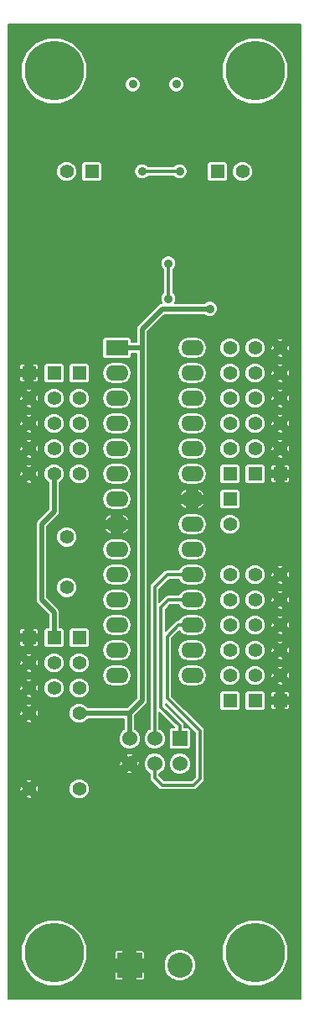
<source format=gbl>
G04 (created by PCBNEW (2012-12-10 BZR 3844)-stable) date Thu 10 Jan 2013 10:49:57 AM CET*
%MOIN*%
G04 Gerber Fmt 3.4, Leading zero omitted, Abs format*
%FSLAX34Y34*%
G01*
G70*
G90*
G04 APERTURE LIST*
%ADD10C,0.006*%
%ADD11C,0.056*%
%ADD12R,0.055X0.055*%
%ADD13C,0.055*%
%ADD14O,0.09X0.062*%
%ADD15R,0.09X0.062*%
%ADD16R,0.1X0.1*%
%ADD17C,0.1*%
%ADD18C,0.2362*%
%ADD19C,0.0354*%
%ADD20R,0.06X0.06*%
%ADD21C,0.06*%
%ADD22C,0.0197*%
%ADD23C,0.0118*%
%ADD24C,0.0067*%
G04 APERTURE END LIST*
G54D10*
G54D11*
X2500Y-20500D03*
X2500Y-22500D03*
G54D12*
X3500Y-6000D03*
G54D13*
X2500Y-6000D03*
X1000Y-27500D03*
X3000Y-27500D03*
X1000Y-30500D03*
X3000Y-30500D03*
G54D12*
X9000Y-27000D03*
G54D13*
X9000Y-26000D03*
X9000Y-25000D03*
X9000Y-24000D03*
X9000Y-23000D03*
X9000Y-22000D03*
G54D12*
X9000Y-18000D03*
G54D13*
X9000Y-17000D03*
X9000Y-16000D03*
X9000Y-15000D03*
X9000Y-14000D03*
X9000Y-13000D03*
G54D12*
X10000Y-27000D03*
G54D13*
X10000Y-26000D03*
X10000Y-25000D03*
X10000Y-24000D03*
X10000Y-23000D03*
X10000Y-22000D03*
G54D12*
X11000Y-27000D03*
G54D13*
X11000Y-26000D03*
X11000Y-25000D03*
X11000Y-24000D03*
X11000Y-23000D03*
X11000Y-22000D03*
G54D12*
X10000Y-18000D03*
G54D13*
X10000Y-17000D03*
X10000Y-16000D03*
X10000Y-15000D03*
X10000Y-14000D03*
X10000Y-13000D03*
G54D12*
X11000Y-18000D03*
G54D13*
X11000Y-17000D03*
X11000Y-16000D03*
X11000Y-15000D03*
X11000Y-14000D03*
X11000Y-13000D03*
G54D12*
X3000Y-14000D03*
G54D13*
X3000Y-15000D03*
X3000Y-16000D03*
X3000Y-17000D03*
X3000Y-18000D03*
G54D12*
X2000Y-14000D03*
G54D13*
X2000Y-15000D03*
X2000Y-16000D03*
X2000Y-17000D03*
X2000Y-18000D03*
G54D12*
X1000Y-14000D03*
G54D13*
X1000Y-15000D03*
X1000Y-16000D03*
X1000Y-17000D03*
X1000Y-18000D03*
G54D12*
X1000Y-24500D03*
G54D13*
X1000Y-25500D03*
X1000Y-26500D03*
G54D12*
X2000Y-24500D03*
G54D13*
X2000Y-25500D03*
X2000Y-26500D03*
G54D12*
X3000Y-24500D03*
G54D13*
X3000Y-25500D03*
X3000Y-26500D03*
G54D12*
X8500Y-6000D03*
G54D13*
X9500Y-6000D03*
G54D12*
X9000Y-19000D03*
G54D13*
X9000Y-20000D03*
G54D14*
X4500Y-14000D03*
X4500Y-15000D03*
X4500Y-16000D03*
X4500Y-17000D03*
X4500Y-18000D03*
X4500Y-19000D03*
X4500Y-20000D03*
X4500Y-21000D03*
X4500Y-22000D03*
X4500Y-23000D03*
X4500Y-24000D03*
X4500Y-25000D03*
X4500Y-26000D03*
G54D15*
X4500Y-13000D03*
G54D14*
X7500Y-26000D03*
X7500Y-25000D03*
X7500Y-24000D03*
X7500Y-23000D03*
X7500Y-22000D03*
X7500Y-21000D03*
X7500Y-20000D03*
X7500Y-19000D03*
X7500Y-18000D03*
X7500Y-17000D03*
X7500Y-16000D03*
X7500Y-15000D03*
X7500Y-14000D03*
X7500Y-13000D03*
G54D16*
X5000Y-37500D03*
G54D17*
X7000Y-37500D03*
G54D18*
X2000Y-2000D03*
X10000Y-2000D03*
X2000Y-37000D03*
X10000Y-37000D03*
G54D19*
X6865Y-2540D03*
X5134Y-2540D03*
G54D20*
X7000Y-28500D03*
G54D21*
X7000Y-29500D03*
X6000Y-28500D03*
X6000Y-29500D03*
X5000Y-28500D03*
X5000Y-29500D03*
G54D19*
X5500Y-6000D03*
X7000Y-6000D03*
X8200Y-11450D03*
X6550Y-11050D03*
X6550Y-9650D03*
G54D22*
X2000Y-23500D02*
X2000Y-24500D01*
X1500Y-20000D02*
X1500Y-23000D01*
X1500Y-23000D02*
X2000Y-23500D01*
X2000Y-18000D02*
X2000Y-19500D01*
X2000Y-19500D02*
X1500Y-20000D01*
G54D23*
X7500Y-23000D02*
X6550Y-23000D01*
X6250Y-23300D02*
X6550Y-23000D01*
X7000Y-28000D02*
X7000Y-28500D01*
X6250Y-27250D02*
X6250Y-27050D01*
X7000Y-28000D02*
X6250Y-27250D01*
X6250Y-27050D02*
X6250Y-23300D01*
X6500Y-26900D02*
X6500Y-24450D01*
X7800Y-28200D02*
X6500Y-26900D01*
X6000Y-29500D02*
X6000Y-30050D01*
X7550Y-30350D02*
X7800Y-30100D01*
X6300Y-30350D02*
X7550Y-30350D01*
X6000Y-30050D02*
X6300Y-30350D01*
X7800Y-30100D02*
X7800Y-28200D01*
X6950Y-24000D02*
X7500Y-24000D01*
X6500Y-24450D02*
X6950Y-24000D01*
X7000Y-6000D02*
X5500Y-6000D01*
G54D22*
X6300Y-11450D02*
X8200Y-11450D01*
X5500Y-12250D02*
X6300Y-11450D01*
G54D23*
X6300Y-11450D02*
X8200Y-11450D01*
X5500Y-12250D02*
X6300Y-11450D01*
G54D22*
X5500Y-13000D02*
X5500Y-12250D01*
X5500Y-13000D02*
X5500Y-13500D01*
G54D23*
X5500Y-12250D02*
X5500Y-13000D01*
X5500Y-13000D02*
X5500Y-13500D01*
G54D22*
X5500Y-27000D02*
X5500Y-13500D01*
X5000Y-27500D02*
X5500Y-27000D01*
X5000Y-28500D02*
X5000Y-27500D01*
X4500Y-13000D02*
X5500Y-13000D01*
X3000Y-27500D02*
X5000Y-27500D01*
G54D23*
X6550Y-10350D02*
X6550Y-11050D01*
X6550Y-10350D02*
X6550Y-9650D01*
X6000Y-28500D02*
X6000Y-22500D01*
X6500Y-22000D02*
X7500Y-22000D01*
X6000Y-22500D02*
X6500Y-22000D01*
G54D10*
G36*
X11825Y-38825D02*
X11378Y-38825D01*
X11378Y-25950D01*
X11378Y-24950D01*
X11378Y-23950D01*
X11378Y-22950D01*
X11378Y-21950D01*
X11378Y-16950D01*
X11378Y-15950D01*
X11378Y-14950D01*
X11378Y-13950D01*
X11378Y-12950D01*
X11368Y-12902D01*
X11330Y-12864D01*
X11313Y-12881D01*
X11313Y-2262D01*
X11313Y-1740D01*
X11114Y-1257D01*
X10745Y-887D01*
X10262Y-687D01*
X9740Y-687D01*
X9257Y-886D01*
X8887Y-1255D01*
X8687Y-1738D01*
X8687Y-2260D01*
X8886Y-2743D01*
X9255Y-3113D01*
X9738Y-3313D01*
X10260Y-3313D01*
X10743Y-3114D01*
X11113Y-2745D01*
X11313Y-2262D01*
X11313Y-12881D01*
X11194Y-13000D01*
X11330Y-13136D01*
X11368Y-13098D01*
X11378Y-12950D01*
X11378Y-13950D01*
X11368Y-13902D01*
X11330Y-13864D01*
X11194Y-14000D01*
X11330Y-14136D01*
X11368Y-14098D01*
X11378Y-13950D01*
X11378Y-14950D01*
X11368Y-14902D01*
X11330Y-14864D01*
X11194Y-15000D01*
X11330Y-15136D01*
X11368Y-15098D01*
X11378Y-14950D01*
X11378Y-15950D01*
X11368Y-15902D01*
X11330Y-15864D01*
X11194Y-16000D01*
X11330Y-16136D01*
X11368Y-16098D01*
X11378Y-15950D01*
X11378Y-16950D01*
X11368Y-16902D01*
X11330Y-16864D01*
X11194Y-17000D01*
X11330Y-17136D01*
X11368Y-17098D01*
X11378Y-16950D01*
X11378Y-21950D01*
X11375Y-21935D01*
X11375Y-18162D01*
X11375Y-17838D01*
X11374Y-17705D01*
X11359Y-17669D01*
X11331Y-17641D01*
X11294Y-17626D01*
X11255Y-17626D01*
X11162Y-17625D01*
X11137Y-17650D01*
X11137Y-17863D01*
X11350Y-17863D01*
X11375Y-17838D01*
X11375Y-18162D01*
X11350Y-18137D01*
X11137Y-18137D01*
X11137Y-18350D01*
X11162Y-18375D01*
X11255Y-18374D01*
X11294Y-18374D01*
X11331Y-18359D01*
X11359Y-18331D01*
X11374Y-18295D01*
X11375Y-18162D01*
X11375Y-21935D01*
X11368Y-21902D01*
X11330Y-21864D01*
X11194Y-22000D01*
X11330Y-22136D01*
X11368Y-22098D01*
X11378Y-21950D01*
X11378Y-22950D01*
X11368Y-22902D01*
X11330Y-22864D01*
X11194Y-23000D01*
X11330Y-23136D01*
X11368Y-23098D01*
X11378Y-22950D01*
X11378Y-23950D01*
X11368Y-23902D01*
X11330Y-23864D01*
X11194Y-24000D01*
X11330Y-24136D01*
X11368Y-24098D01*
X11378Y-23950D01*
X11378Y-24950D01*
X11368Y-24902D01*
X11330Y-24864D01*
X11194Y-25000D01*
X11330Y-25136D01*
X11368Y-25098D01*
X11378Y-24950D01*
X11378Y-25950D01*
X11368Y-25902D01*
X11330Y-25864D01*
X11194Y-26000D01*
X11330Y-26136D01*
X11368Y-26098D01*
X11378Y-25950D01*
X11378Y-38825D01*
X11375Y-38825D01*
X11375Y-27162D01*
X11375Y-26838D01*
X11374Y-26705D01*
X11359Y-26669D01*
X11331Y-26641D01*
X11294Y-26626D01*
X11255Y-26626D01*
X11162Y-26625D01*
X11137Y-26650D01*
X11137Y-26863D01*
X11350Y-26863D01*
X11375Y-26838D01*
X11375Y-27162D01*
X11350Y-27137D01*
X11137Y-27137D01*
X11137Y-27350D01*
X11162Y-27375D01*
X11255Y-27374D01*
X11294Y-27374D01*
X11331Y-27359D01*
X11359Y-27331D01*
X11374Y-27295D01*
X11375Y-27162D01*
X11375Y-38825D01*
X11313Y-38825D01*
X11313Y-37262D01*
X11313Y-36740D01*
X11136Y-36310D01*
X11136Y-26330D01*
X11136Y-25670D01*
X11136Y-25330D01*
X11136Y-24670D01*
X11136Y-24330D01*
X11136Y-23670D01*
X11136Y-23330D01*
X11136Y-22670D01*
X11136Y-22330D01*
X11136Y-21670D01*
X11136Y-17330D01*
X11136Y-16670D01*
X11136Y-16330D01*
X11136Y-15670D01*
X11136Y-15330D01*
X11136Y-14670D01*
X11136Y-14330D01*
X11136Y-13670D01*
X11136Y-13330D01*
X11136Y-12670D01*
X11098Y-12632D01*
X10950Y-12622D01*
X10902Y-12632D01*
X10864Y-12670D01*
X11000Y-12806D01*
X11136Y-12670D01*
X11136Y-13330D01*
X11000Y-13194D01*
X10864Y-13330D01*
X10902Y-13368D01*
X11050Y-13378D01*
X11098Y-13368D01*
X11136Y-13330D01*
X11136Y-13670D01*
X11098Y-13632D01*
X10950Y-13622D01*
X10902Y-13632D01*
X10864Y-13670D01*
X11000Y-13806D01*
X11136Y-13670D01*
X11136Y-14330D01*
X11000Y-14194D01*
X10864Y-14330D01*
X10902Y-14368D01*
X11050Y-14378D01*
X11098Y-14368D01*
X11136Y-14330D01*
X11136Y-14670D01*
X11098Y-14632D01*
X10950Y-14622D01*
X10902Y-14632D01*
X10864Y-14670D01*
X11000Y-14806D01*
X11136Y-14670D01*
X11136Y-15330D01*
X11000Y-15194D01*
X10864Y-15330D01*
X10902Y-15368D01*
X11050Y-15378D01*
X11098Y-15368D01*
X11136Y-15330D01*
X11136Y-15670D01*
X11098Y-15632D01*
X10950Y-15622D01*
X10902Y-15632D01*
X10864Y-15670D01*
X11000Y-15806D01*
X11136Y-15670D01*
X11136Y-16330D01*
X11000Y-16194D01*
X10864Y-16330D01*
X10902Y-16368D01*
X11050Y-16378D01*
X11098Y-16368D01*
X11136Y-16330D01*
X11136Y-16670D01*
X11098Y-16632D01*
X10950Y-16622D01*
X10902Y-16632D01*
X10864Y-16670D01*
X11000Y-16806D01*
X11136Y-16670D01*
X11136Y-17330D01*
X11000Y-17194D01*
X10864Y-17330D01*
X10902Y-17368D01*
X11050Y-17378D01*
X11098Y-17368D01*
X11136Y-17330D01*
X11136Y-21670D01*
X11098Y-21632D01*
X10950Y-21622D01*
X10902Y-21632D01*
X10864Y-21670D01*
X11000Y-21806D01*
X11136Y-21670D01*
X11136Y-22330D01*
X11000Y-22194D01*
X10864Y-22330D01*
X10902Y-22368D01*
X11050Y-22378D01*
X11098Y-22368D01*
X11136Y-22330D01*
X11136Y-22670D01*
X11098Y-22632D01*
X10950Y-22622D01*
X10902Y-22632D01*
X10864Y-22670D01*
X11000Y-22806D01*
X11136Y-22670D01*
X11136Y-23330D01*
X11000Y-23194D01*
X10864Y-23330D01*
X10902Y-23368D01*
X11050Y-23378D01*
X11098Y-23368D01*
X11136Y-23330D01*
X11136Y-23670D01*
X11098Y-23632D01*
X10950Y-23622D01*
X10902Y-23632D01*
X10864Y-23670D01*
X11000Y-23806D01*
X11136Y-23670D01*
X11136Y-24330D01*
X11000Y-24194D01*
X10864Y-24330D01*
X10902Y-24368D01*
X11050Y-24378D01*
X11098Y-24368D01*
X11136Y-24330D01*
X11136Y-24670D01*
X11098Y-24632D01*
X10950Y-24622D01*
X10902Y-24632D01*
X10864Y-24670D01*
X11000Y-24806D01*
X11136Y-24670D01*
X11136Y-25330D01*
X11000Y-25194D01*
X10864Y-25330D01*
X10902Y-25368D01*
X11050Y-25378D01*
X11098Y-25368D01*
X11136Y-25330D01*
X11136Y-25670D01*
X11098Y-25632D01*
X10950Y-25622D01*
X10902Y-25632D01*
X10864Y-25670D01*
X11000Y-25806D01*
X11136Y-25670D01*
X11136Y-26330D01*
X11000Y-26194D01*
X10864Y-26330D01*
X10902Y-26368D01*
X11050Y-26378D01*
X11098Y-26368D01*
X11136Y-26330D01*
X11136Y-36310D01*
X11114Y-36257D01*
X10863Y-36005D01*
X10863Y-27350D01*
X10863Y-27137D01*
X10863Y-26863D01*
X10863Y-26650D01*
X10863Y-18350D01*
X10863Y-18137D01*
X10863Y-17863D01*
X10863Y-17650D01*
X10838Y-17625D01*
X10806Y-17625D01*
X10806Y-17000D01*
X10806Y-16000D01*
X10806Y-15000D01*
X10806Y-14000D01*
X10806Y-13000D01*
X10670Y-12864D01*
X10632Y-12902D01*
X10622Y-13050D01*
X10632Y-13098D01*
X10670Y-13136D01*
X10806Y-13000D01*
X10806Y-14000D01*
X10670Y-13864D01*
X10632Y-13902D01*
X10622Y-14050D01*
X10632Y-14098D01*
X10670Y-14136D01*
X10806Y-14000D01*
X10806Y-15000D01*
X10670Y-14864D01*
X10632Y-14902D01*
X10622Y-15050D01*
X10632Y-15098D01*
X10670Y-15136D01*
X10806Y-15000D01*
X10806Y-16000D01*
X10670Y-15864D01*
X10632Y-15902D01*
X10622Y-16050D01*
X10632Y-16098D01*
X10670Y-16136D01*
X10806Y-16000D01*
X10806Y-17000D01*
X10670Y-16864D01*
X10632Y-16902D01*
X10622Y-17050D01*
X10632Y-17098D01*
X10670Y-17136D01*
X10806Y-17000D01*
X10806Y-17625D01*
X10745Y-17626D01*
X10706Y-17626D01*
X10669Y-17641D01*
X10641Y-17669D01*
X10626Y-17705D01*
X10625Y-17838D01*
X10650Y-17863D01*
X10863Y-17863D01*
X10863Y-18137D01*
X10650Y-18137D01*
X10625Y-18162D01*
X10626Y-18295D01*
X10641Y-18331D01*
X10669Y-18359D01*
X10706Y-18374D01*
X10745Y-18374D01*
X10838Y-18375D01*
X10863Y-18350D01*
X10863Y-26650D01*
X10838Y-26625D01*
X10806Y-26625D01*
X10806Y-26000D01*
X10806Y-25000D01*
X10806Y-24000D01*
X10806Y-23000D01*
X10806Y-22000D01*
X10670Y-21864D01*
X10632Y-21902D01*
X10622Y-22050D01*
X10632Y-22098D01*
X10670Y-22136D01*
X10806Y-22000D01*
X10806Y-23000D01*
X10670Y-22864D01*
X10632Y-22902D01*
X10622Y-23050D01*
X10632Y-23098D01*
X10670Y-23136D01*
X10806Y-23000D01*
X10806Y-24000D01*
X10670Y-23864D01*
X10632Y-23902D01*
X10622Y-24050D01*
X10632Y-24098D01*
X10670Y-24136D01*
X10806Y-24000D01*
X10806Y-25000D01*
X10670Y-24864D01*
X10632Y-24902D01*
X10622Y-25050D01*
X10632Y-25098D01*
X10670Y-25136D01*
X10806Y-25000D01*
X10806Y-26000D01*
X10670Y-25864D01*
X10632Y-25902D01*
X10622Y-26050D01*
X10632Y-26098D01*
X10670Y-26136D01*
X10806Y-26000D01*
X10806Y-26625D01*
X10745Y-26626D01*
X10706Y-26626D01*
X10669Y-26641D01*
X10641Y-26669D01*
X10626Y-26705D01*
X10625Y-26838D01*
X10650Y-26863D01*
X10863Y-26863D01*
X10863Y-27137D01*
X10650Y-27137D01*
X10625Y-27162D01*
X10626Y-27295D01*
X10641Y-27331D01*
X10669Y-27359D01*
X10706Y-27374D01*
X10745Y-27374D01*
X10838Y-27375D01*
X10863Y-27350D01*
X10863Y-36005D01*
X10745Y-35887D01*
X10407Y-35747D01*
X10407Y-27301D01*
X10407Y-27249D01*
X10407Y-26699D01*
X10407Y-26081D01*
X10407Y-25919D01*
X10407Y-25081D01*
X10407Y-24919D01*
X10407Y-24081D01*
X10407Y-23919D01*
X10407Y-23081D01*
X10407Y-22919D01*
X10407Y-22081D01*
X10407Y-21919D01*
X10407Y-18301D01*
X10407Y-18249D01*
X10407Y-17699D01*
X10407Y-17081D01*
X10407Y-16919D01*
X10407Y-16081D01*
X10407Y-15919D01*
X10407Y-15081D01*
X10407Y-14919D01*
X10407Y-14081D01*
X10407Y-13919D01*
X10407Y-13081D01*
X10407Y-12919D01*
X10345Y-12770D01*
X10231Y-12655D01*
X10081Y-12593D01*
X9919Y-12593D01*
X9907Y-12597D01*
X9907Y-6081D01*
X9907Y-5919D01*
X9845Y-5770D01*
X9731Y-5655D01*
X9581Y-5593D01*
X9419Y-5593D01*
X9270Y-5655D01*
X9155Y-5769D01*
X9093Y-5919D01*
X9093Y-6081D01*
X9155Y-6230D01*
X9269Y-6345D01*
X9419Y-6407D01*
X9581Y-6407D01*
X9730Y-6345D01*
X9845Y-6231D01*
X9907Y-6081D01*
X9907Y-12597D01*
X9770Y-12655D01*
X9655Y-12769D01*
X9593Y-12919D01*
X9593Y-13081D01*
X9655Y-13230D01*
X9769Y-13345D01*
X9919Y-13407D01*
X10081Y-13407D01*
X10230Y-13345D01*
X10345Y-13231D01*
X10407Y-13081D01*
X10407Y-13919D01*
X10345Y-13770D01*
X10231Y-13655D01*
X10081Y-13593D01*
X9919Y-13593D01*
X9770Y-13655D01*
X9655Y-13769D01*
X9593Y-13919D01*
X9593Y-14081D01*
X9655Y-14230D01*
X9769Y-14345D01*
X9919Y-14407D01*
X10081Y-14407D01*
X10230Y-14345D01*
X10345Y-14231D01*
X10407Y-14081D01*
X10407Y-14919D01*
X10345Y-14770D01*
X10231Y-14655D01*
X10081Y-14593D01*
X9919Y-14593D01*
X9770Y-14655D01*
X9655Y-14769D01*
X9593Y-14919D01*
X9593Y-15081D01*
X9655Y-15230D01*
X9769Y-15345D01*
X9919Y-15407D01*
X10081Y-15407D01*
X10230Y-15345D01*
X10345Y-15231D01*
X10407Y-15081D01*
X10407Y-15919D01*
X10345Y-15770D01*
X10231Y-15655D01*
X10081Y-15593D01*
X9919Y-15593D01*
X9770Y-15655D01*
X9655Y-15769D01*
X9593Y-15919D01*
X9593Y-16081D01*
X9655Y-16230D01*
X9769Y-16345D01*
X9919Y-16407D01*
X10081Y-16407D01*
X10230Y-16345D01*
X10345Y-16231D01*
X10407Y-16081D01*
X10407Y-16919D01*
X10345Y-16770D01*
X10231Y-16655D01*
X10081Y-16593D01*
X9919Y-16593D01*
X9770Y-16655D01*
X9655Y-16769D01*
X9593Y-16919D01*
X9593Y-17081D01*
X9655Y-17230D01*
X9769Y-17345D01*
X9919Y-17407D01*
X10081Y-17407D01*
X10230Y-17345D01*
X10345Y-17231D01*
X10407Y-17081D01*
X10407Y-17699D01*
X10387Y-17650D01*
X10350Y-17613D01*
X10301Y-17593D01*
X10249Y-17593D01*
X9699Y-17593D01*
X9650Y-17613D01*
X9613Y-17650D01*
X9593Y-17699D01*
X9593Y-17751D01*
X9593Y-18301D01*
X9613Y-18350D01*
X9650Y-18387D01*
X9699Y-18407D01*
X9751Y-18407D01*
X10301Y-18407D01*
X10350Y-18387D01*
X10387Y-18350D01*
X10407Y-18301D01*
X10407Y-21919D01*
X10345Y-21770D01*
X10231Y-21655D01*
X10081Y-21593D01*
X9919Y-21593D01*
X9770Y-21655D01*
X9655Y-21769D01*
X9593Y-21919D01*
X9593Y-22081D01*
X9655Y-22230D01*
X9769Y-22345D01*
X9919Y-22407D01*
X10081Y-22407D01*
X10230Y-22345D01*
X10345Y-22231D01*
X10407Y-22081D01*
X10407Y-22919D01*
X10345Y-22770D01*
X10231Y-22655D01*
X10081Y-22593D01*
X9919Y-22593D01*
X9770Y-22655D01*
X9655Y-22769D01*
X9593Y-22919D01*
X9593Y-23081D01*
X9655Y-23230D01*
X9769Y-23345D01*
X9919Y-23407D01*
X10081Y-23407D01*
X10230Y-23345D01*
X10345Y-23231D01*
X10407Y-23081D01*
X10407Y-23919D01*
X10345Y-23770D01*
X10231Y-23655D01*
X10081Y-23593D01*
X9919Y-23593D01*
X9770Y-23655D01*
X9655Y-23769D01*
X9593Y-23919D01*
X9593Y-24081D01*
X9655Y-24230D01*
X9769Y-24345D01*
X9919Y-24407D01*
X10081Y-24407D01*
X10230Y-24345D01*
X10345Y-24231D01*
X10407Y-24081D01*
X10407Y-24919D01*
X10345Y-24770D01*
X10231Y-24655D01*
X10081Y-24593D01*
X9919Y-24593D01*
X9770Y-24655D01*
X9655Y-24769D01*
X9593Y-24919D01*
X9593Y-25081D01*
X9655Y-25230D01*
X9769Y-25345D01*
X9919Y-25407D01*
X10081Y-25407D01*
X10230Y-25345D01*
X10345Y-25231D01*
X10407Y-25081D01*
X10407Y-25919D01*
X10345Y-25770D01*
X10231Y-25655D01*
X10081Y-25593D01*
X9919Y-25593D01*
X9770Y-25655D01*
X9655Y-25769D01*
X9593Y-25919D01*
X9593Y-26081D01*
X9655Y-26230D01*
X9769Y-26345D01*
X9919Y-26407D01*
X10081Y-26407D01*
X10230Y-26345D01*
X10345Y-26231D01*
X10407Y-26081D01*
X10407Y-26699D01*
X10387Y-26650D01*
X10350Y-26613D01*
X10301Y-26593D01*
X10249Y-26593D01*
X9699Y-26593D01*
X9650Y-26613D01*
X9613Y-26650D01*
X9593Y-26699D01*
X9593Y-26751D01*
X9593Y-27301D01*
X9613Y-27350D01*
X9650Y-27387D01*
X9699Y-27407D01*
X9751Y-27407D01*
X10301Y-27407D01*
X10350Y-27387D01*
X10387Y-27350D01*
X10407Y-27301D01*
X10407Y-35747D01*
X10262Y-35687D01*
X9740Y-35687D01*
X9407Y-35824D01*
X9407Y-27301D01*
X9407Y-27249D01*
X9407Y-26699D01*
X9407Y-26081D01*
X9407Y-25919D01*
X9407Y-25081D01*
X9407Y-24919D01*
X9407Y-24081D01*
X9407Y-23919D01*
X9407Y-23081D01*
X9407Y-22919D01*
X9407Y-22081D01*
X9407Y-21919D01*
X9407Y-20081D01*
X9407Y-19919D01*
X9407Y-19301D01*
X9407Y-19249D01*
X9407Y-18699D01*
X9407Y-18301D01*
X9407Y-18249D01*
X9407Y-17699D01*
X9407Y-17081D01*
X9407Y-16919D01*
X9407Y-16081D01*
X9407Y-15919D01*
X9407Y-15081D01*
X9407Y-14919D01*
X9407Y-14081D01*
X9407Y-13919D01*
X9407Y-13081D01*
X9407Y-12919D01*
X9345Y-12770D01*
X9231Y-12655D01*
X9081Y-12593D01*
X8919Y-12593D01*
X8907Y-12597D01*
X8907Y-6301D01*
X8907Y-6249D01*
X8907Y-5699D01*
X8887Y-5650D01*
X8850Y-5613D01*
X8801Y-5593D01*
X8749Y-5593D01*
X8199Y-5593D01*
X8150Y-5613D01*
X8113Y-5650D01*
X8093Y-5699D01*
X8093Y-5751D01*
X8093Y-6301D01*
X8113Y-6350D01*
X8150Y-6387D01*
X8199Y-6407D01*
X8251Y-6407D01*
X8801Y-6407D01*
X8850Y-6387D01*
X8887Y-6350D01*
X8907Y-6301D01*
X8907Y-12597D01*
X8770Y-12655D01*
X8655Y-12769D01*
X8593Y-12919D01*
X8593Y-13081D01*
X8655Y-13230D01*
X8769Y-13345D01*
X8919Y-13407D01*
X9081Y-13407D01*
X9230Y-13345D01*
X9345Y-13231D01*
X9407Y-13081D01*
X9407Y-13919D01*
X9345Y-13770D01*
X9231Y-13655D01*
X9081Y-13593D01*
X8919Y-13593D01*
X8770Y-13655D01*
X8655Y-13769D01*
X8593Y-13919D01*
X8593Y-14081D01*
X8655Y-14230D01*
X8769Y-14345D01*
X8919Y-14407D01*
X9081Y-14407D01*
X9230Y-14345D01*
X9345Y-14231D01*
X9407Y-14081D01*
X9407Y-14919D01*
X9345Y-14770D01*
X9231Y-14655D01*
X9081Y-14593D01*
X8919Y-14593D01*
X8770Y-14655D01*
X8655Y-14769D01*
X8593Y-14919D01*
X8593Y-15081D01*
X8655Y-15230D01*
X8769Y-15345D01*
X8919Y-15407D01*
X9081Y-15407D01*
X9230Y-15345D01*
X9345Y-15231D01*
X9407Y-15081D01*
X9407Y-15919D01*
X9345Y-15770D01*
X9231Y-15655D01*
X9081Y-15593D01*
X8919Y-15593D01*
X8770Y-15655D01*
X8655Y-15769D01*
X8593Y-15919D01*
X8593Y-16081D01*
X8655Y-16230D01*
X8769Y-16345D01*
X8919Y-16407D01*
X9081Y-16407D01*
X9230Y-16345D01*
X9345Y-16231D01*
X9407Y-16081D01*
X9407Y-16919D01*
X9345Y-16770D01*
X9231Y-16655D01*
X9081Y-16593D01*
X8919Y-16593D01*
X8770Y-16655D01*
X8655Y-16769D01*
X8593Y-16919D01*
X8593Y-17081D01*
X8655Y-17230D01*
X8769Y-17345D01*
X8919Y-17407D01*
X9081Y-17407D01*
X9230Y-17345D01*
X9345Y-17231D01*
X9407Y-17081D01*
X9407Y-17699D01*
X9387Y-17650D01*
X9350Y-17613D01*
X9301Y-17593D01*
X9249Y-17593D01*
X8699Y-17593D01*
X8650Y-17613D01*
X8613Y-17650D01*
X8593Y-17699D01*
X8593Y-17751D01*
X8593Y-18301D01*
X8613Y-18350D01*
X8650Y-18387D01*
X8699Y-18407D01*
X8751Y-18407D01*
X9301Y-18407D01*
X9350Y-18387D01*
X9387Y-18350D01*
X9407Y-18301D01*
X9407Y-18699D01*
X9387Y-18650D01*
X9350Y-18613D01*
X9301Y-18593D01*
X9249Y-18593D01*
X8699Y-18593D01*
X8650Y-18613D01*
X8613Y-18650D01*
X8593Y-18699D01*
X8593Y-18751D01*
X8593Y-19301D01*
X8613Y-19350D01*
X8650Y-19387D01*
X8699Y-19407D01*
X8751Y-19407D01*
X9301Y-19407D01*
X9350Y-19387D01*
X9387Y-19350D01*
X9407Y-19301D01*
X9407Y-19919D01*
X9345Y-19770D01*
X9231Y-19655D01*
X9081Y-19593D01*
X8919Y-19593D01*
X8770Y-19655D01*
X8655Y-19769D01*
X8593Y-19919D01*
X8593Y-20081D01*
X8655Y-20230D01*
X8769Y-20345D01*
X8919Y-20407D01*
X9081Y-20407D01*
X9230Y-20345D01*
X9345Y-20231D01*
X9407Y-20081D01*
X9407Y-21919D01*
X9345Y-21770D01*
X9231Y-21655D01*
X9081Y-21593D01*
X8919Y-21593D01*
X8770Y-21655D01*
X8655Y-21769D01*
X8593Y-21919D01*
X8593Y-22081D01*
X8655Y-22230D01*
X8769Y-22345D01*
X8919Y-22407D01*
X9081Y-22407D01*
X9230Y-22345D01*
X9345Y-22231D01*
X9407Y-22081D01*
X9407Y-22919D01*
X9345Y-22770D01*
X9231Y-22655D01*
X9081Y-22593D01*
X8919Y-22593D01*
X8770Y-22655D01*
X8655Y-22769D01*
X8593Y-22919D01*
X8593Y-23081D01*
X8655Y-23230D01*
X8769Y-23345D01*
X8919Y-23407D01*
X9081Y-23407D01*
X9230Y-23345D01*
X9345Y-23231D01*
X9407Y-23081D01*
X9407Y-23919D01*
X9345Y-23770D01*
X9231Y-23655D01*
X9081Y-23593D01*
X8919Y-23593D01*
X8770Y-23655D01*
X8655Y-23769D01*
X8593Y-23919D01*
X8593Y-24081D01*
X8655Y-24230D01*
X8769Y-24345D01*
X8919Y-24407D01*
X9081Y-24407D01*
X9230Y-24345D01*
X9345Y-24231D01*
X9407Y-24081D01*
X9407Y-24919D01*
X9345Y-24770D01*
X9231Y-24655D01*
X9081Y-24593D01*
X8919Y-24593D01*
X8770Y-24655D01*
X8655Y-24769D01*
X8593Y-24919D01*
X8593Y-25081D01*
X8655Y-25230D01*
X8769Y-25345D01*
X8919Y-25407D01*
X9081Y-25407D01*
X9230Y-25345D01*
X9345Y-25231D01*
X9407Y-25081D01*
X9407Y-25919D01*
X9345Y-25770D01*
X9231Y-25655D01*
X9081Y-25593D01*
X8919Y-25593D01*
X8770Y-25655D01*
X8655Y-25769D01*
X8593Y-25919D01*
X8593Y-26081D01*
X8655Y-26230D01*
X8769Y-26345D01*
X8919Y-26407D01*
X9081Y-26407D01*
X9230Y-26345D01*
X9345Y-26231D01*
X9407Y-26081D01*
X9407Y-26699D01*
X9387Y-26650D01*
X9350Y-26613D01*
X9301Y-26593D01*
X9249Y-26593D01*
X8699Y-26593D01*
X8650Y-26613D01*
X8613Y-26650D01*
X8593Y-26699D01*
X8593Y-26751D01*
X8593Y-27301D01*
X8613Y-27350D01*
X8650Y-27387D01*
X8699Y-27407D01*
X8751Y-27407D01*
X9301Y-27407D01*
X9350Y-27387D01*
X9387Y-27350D01*
X9407Y-27301D01*
X9407Y-35824D01*
X9257Y-35886D01*
X8887Y-36255D01*
X8687Y-36738D01*
X8687Y-37260D01*
X8886Y-37743D01*
X9255Y-38113D01*
X9738Y-38313D01*
X10260Y-38313D01*
X10743Y-38114D01*
X11113Y-37745D01*
X11313Y-37262D01*
X11313Y-38825D01*
X8510Y-38825D01*
X8510Y-11512D01*
X8510Y-11389D01*
X8463Y-11275D01*
X8376Y-11187D01*
X8262Y-11140D01*
X8139Y-11140D01*
X8025Y-11187D01*
X7992Y-11219D01*
X7310Y-11219D01*
X7310Y-6062D01*
X7310Y-5939D01*
X7263Y-5825D01*
X7176Y-5737D01*
X7175Y-5736D01*
X7175Y-2602D01*
X7175Y-2479D01*
X7128Y-2365D01*
X7041Y-2277D01*
X6927Y-2230D01*
X6804Y-2230D01*
X6690Y-2277D01*
X6602Y-2364D01*
X6555Y-2478D01*
X6555Y-2601D01*
X6602Y-2715D01*
X6689Y-2803D01*
X6803Y-2850D01*
X6926Y-2850D01*
X7040Y-2803D01*
X7128Y-2716D01*
X7175Y-2602D01*
X7175Y-5736D01*
X7062Y-5690D01*
X6939Y-5690D01*
X6825Y-5737D01*
X6753Y-5808D01*
X5746Y-5808D01*
X5676Y-5737D01*
X5562Y-5690D01*
X5444Y-5690D01*
X5444Y-2602D01*
X5444Y-2479D01*
X5397Y-2365D01*
X5310Y-2277D01*
X5196Y-2230D01*
X5073Y-2230D01*
X4959Y-2277D01*
X4871Y-2364D01*
X4824Y-2478D01*
X4824Y-2601D01*
X4871Y-2715D01*
X4958Y-2803D01*
X5072Y-2850D01*
X5195Y-2850D01*
X5309Y-2803D01*
X5397Y-2716D01*
X5444Y-2602D01*
X5444Y-5690D01*
X5439Y-5690D01*
X5325Y-5737D01*
X5237Y-5824D01*
X5190Y-5938D01*
X5190Y-6061D01*
X5237Y-6175D01*
X5324Y-6263D01*
X5438Y-6310D01*
X5561Y-6310D01*
X5675Y-6263D01*
X5746Y-6192D01*
X6753Y-6192D01*
X6824Y-6263D01*
X6938Y-6310D01*
X7061Y-6310D01*
X7175Y-6263D01*
X7263Y-6176D01*
X7310Y-6062D01*
X7310Y-11219D01*
X6815Y-11219D01*
X6860Y-11112D01*
X6860Y-10989D01*
X6813Y-10875D01*
X6742Y-10803D01*
X6742Y-10350D01*
X6742Y-9896D01*
X6813Y-9826D01*
X6860Y-9712D01*
X6860Y-9589D01*
X6813Y-9475D01*
X6726Y-9387D01*
X6612Y-9340D01*
X6489Y-9340D01*
X6375Y-9387D01*
X6287Y-9474D01*
X6240Y-9588D01*
X6240Y-9711D01*
X6287Y-9825D01*
X6358Y-9896D01*
X6358Y-10350D01*
X6358Y-10803D01*
X6287Y-10874D01*
X6240Y-10988D01*
X6240Y-11111D01*
X6285Y-11221D01*
X6226Y-11234D01*
X6211Y-11237D01*
X6136Y-11287D01*
X5337Y-12087D01*
X5287Y-12162D01*
X5269Y-12250D01*
X5269Y-12769D01*
X5082Y-12769D01*
X5082Y-12664D01*
X5062Y-12615D01*
X5025Y-12578D01*
X4976Y-12558D01*
X4924Y-12558D01*
X4024Y-12558D01*
X3975Y-12578D01*
X3938Y-12615D01*
X3918Y-12664D01*
X3918Y-12716D01*
X3918Y-13336D01*
X3938Y-13385D01*
X3975Y-13422D01*
X4024Y-13442D01*
X4076Y-13442D01*
X4976Y-13442D01*
X5025Y-13422D01*
X5062Y-13385D01*
X5082Y-13336D01*
X5082Y-13284D01*
X5082Y-13231D01*
X5269Y-13231D01*
X5269Y-13500D01*
X5269Y-26905D01*
X5094Y-27080D01*
X5094Y-26000D01*
X5094Y-25000D01*
X5094Y-24000D01*
X5094Y-23000D01*
X5094Y-22000D01*
X5094Y-21000D01*
X5094Y-19000D01*
X5094Y-18000D01*
X5094Y-17000D01*
X5094Y-16000D01*
X5094Y-15000D01*
X5094Y-14000D01*
X5060Y-13830D01*
X4964Y-13687D01*
X4821Y-13591D01*
X4651Y-13557D01*
X4349Y-13557D01*
X4179Y-13591D01*
X4036Y-13687D01*
X3940Y-13830D01*
X3907Y-13995D01*
X3907Y-6301D01*
X3907Y-6249D01*
X3907Y-5699D01*
X3887Y-5650D01*
X3850Y-5613D01*
X3801Y-5593D01*
X3749Y-5593D01*
X3313Y-5593D01*
X3313Y-2262D01*
X3313Y-1740D01*
X3114Y-1257D01*
X2745Y-887D01*
X2262Y-687D01*
X1740Y-687D01*
X1257Y-886D01*
X887Y-1255D01*
X687Y-1738D01*
X687Y-2260D01*
X886Y-2743D01*
X1255Y-3113D01*
X1738Y-3313D01*
X2260Y-3313D01*
X2743Y-3114D01*
X3113Y-2745D01*
X3313Y-2262D01*
X3313Y-5593D01*
X3199Y-5593D01*
X3150Y-5613D01*
X3113Y-5650D01*
X3093Y-5699D01*
X3093Y-5751D01*
X3093Y-6301D01*
X3113Y-6350D01*
X3150Y-6387D01*
X3199Y-6407D01*
X3251Y-6407D01*
X3801Y-6407D01*
X3850Y-6387D01*
X3887Y-6350D01*
X3907Y-6301D01*
X3907Y-13995D01*
X3906Y-14000D01*
X3940Y-14170D01*
X4036Y-14313D01*
X4179Y-14409D01*
X4349Y-14443D01*
X4651Y-14443D01*
X4821Y-14409D01*
X4964Y-14313D01*
X5060Y-14170D01*
X5094Y-14000D01*
X5094Y-15000D01*
X5060Y-14830D01*
X4964Y-14687D01*
X4821Y-14591D01*
X4651Y-14557D01*
X4349Y-14557D01*
X4179Y-14591D01*
X4036Y-14687D01*
X3940Y-14830D01*
X3906Y-15000D01*
X3940Y-15170D01*
X4036Y-15313D01*
X4179Y-15409D01*
X4349Y-15443D01*
X4651Y-15443D01*
X4821Y-15409D01*
X4964Y-15313D01*
X5060Y-15170D01*
X5094Y-15000D01*
X5094Y-16000D01*
X5060Y-15830D01*
X4964Y-15687D01*
X4821Y-15591D01*
X4651Y-15557D01*
X4349Y-15557D01*
X4179Y-15591D01*
X4036Y-15687D01*
X3940Y-15830D01*
X3906Y-16000D01*
X3940Y-16170D01*
X4036Y-16313D01*
X4179Y-16409D01*
X4349Y-16443D01*
X4651Y-16443D01*
X4821Y-16409D01*
X4964Y-16313D01*
X5060Y-16170D01*
X5094Y-16000D01*
X5094Y-17000D01*
X5060Y-16830D01*
X4964Y-16687D01*
X4821Y-16591D01*
X4651Y-16557D01*
X4349Y-16557D01*
X4179Y-16591D01*
X4036Y-16687D01*
X3940Y-16830D01*
X3906Y-17000D01*
X3940Y-17170D01*
X4036Y-17313D01*
X4179Y-17409D01*
X4349Y-17443D01*
X4651Y-17443D01*
X4821Y-17409D01*
X4964Y-17313D01*
X5060Y-17170D01*
X5094Y-17000D01*
X5094Y-18000D01*
X5060Y-17830D01*
X4964Y-17687D01*
X4821Y-17591D01*
X4651Y-17557D01*
X4349Y-17557D01*
X4179Y-17591D01*
X4036Y-17687D01*
X3940Y-17830D01*
X3906Y-18000D01*
X3940Y-18170D01*
X4036Y-18313D01*
X4179Y-18409D01*
X4349Y-18443D01*
X4651Y-18443D01*
X4821Y-18409D01*
X4964Y-18313D01*
X5060Y-18170D01*
X5094Y-18000D01*
X5094Y-19000D01*
X5060Y-18830D01*
X4964Y-18687D01*
X4821Y-18591D01*
X4651Y-18557D01*
X4349Y-18557D01*
X4179Y-18591D01*
X4036Y-18687D01*
X3940Y-18830D01*
X3906Y-19000D01*
X3940Y-19170D01*
X4036Y-19313D01*
X4179Y-19409D01*
X4349Y-19443D01*
X4651Y-19443D01*
X4821Y-19409D01*
X4964Y-19313D01*
X5060Y-19170D01*
X5094Y-19000D01*
X5094Y-21000D01*
X5060Y-20830D01*
X4992Y-20728D01*
X4992Y-20155D01*
X4992Y-19845D01*
X4990Y-19788D01*
X4927Y-19694D01*
X4788Y-19608D01*
X4725Y-19615D01*
X4725Y-19845D01*
X4992Y-19845D01*
X4992Y-20155D01*
X4725Y-20155D01*
X4725Y-20385D01*
X4788Y-20392D01*
X4927Y-20306D01*
X4990Y-20212D01*
X4992Y-20155D01*
X4992Y-20728D01*
X4964Y-20687D01*
X4821Y-20591D01*
X4651Y-20557D01*
X4349Y-20557D01*
X4275Y-20571D01*
X4275Y-20385D01*
X4275Y-20155D01*
X4275Y-19845D01*
X4275Y-19615D01*
X4212Y-19608D01*
X4073Y-19694D01*
X4010Y-19788D01*
X4008Y-19845D01*
X4275Y-19845D01*
X4275Y-20155D01*
X4008Y-20155D01*
X4010Y-20212D01*
X4073Y-20306D01*
X4212Y-20392D01*
X4275Y-20385D01*
X4275Y-20571D01*
X4179Y-20591D01*
X4036Y-20687D01*
X3940Y-20830D01*
X3906Y-21000D01*
X3940Y-21170D01*
X4036Y-21313D01*
X4179Y-21409D01*
X4349Y-21443D01*
X4651Y-21443D01*
X4821Y-21409D01*
X4964Y-21313D01*
X5060Y-21170D01*
X5094Y-21000D01*
X5094Y-22000D01*
X5060Y-21830D01*
X4964Y-21687D01*
X4821Y-21591D01*
X4651Y-21557D01*
X4349Y-21557D01*
X4179Y-21591D01*
X4036Y-21687D01*
X3940Y-21830D01*
X3906Y-22000D01*
X3940Y-22170D01*
X4036Y-22313D01*
X4179Y-22409D01*
X4349Y-22443D01*
X4651Y-22443D01*
X4821Y-22409D01*
X4964Y-22313D01*
X5060Y-22170D01*
X5094Y-22000D01*
X5094Y-23000D01*
X5060Y-22830D01*
X4964Y-22687D01*
X4821Y-22591D01*
X4651Y-22557D01*
X4349Y-22557D01*
X4179Y-22591D01*
X4036Y-22687D01*
X3940Y-22830D01*
X3906Y-23000D01*
X3940Y-23170D01*
X4036Y-23313D01*
X4179Y-23409D01*
X4349Y-23443D01*
X4651Y-23443D01*
X4821Y-23409D01*
X4964Y-23313D01*
X5060Y-23170D01*
X5094Y-23000D01*
X5094Y-24000D01*
X5060Y-23830D01*
X4964Y-23687D01*
X4821Y-23591D01*
X4651Y-23557D01*
X4349Y-23557D01*
X4179Y-23591D01*
X4036Y-23687D01*
X3940Y-23830D01*
X3906Y-24000D01*
X3940Y-24170D01*
X4036Y-24313D01*
X4179Y-24409D01*
X4349Y-24443D01*
X4651Y-24443D01*
X4821Y-24409D01*
X4964Y-24313D01*
X5060Y-24170D01*
X5094Y-24000D01*
X5094Y-25000D01*
X5060Y-24830D01*
X4964Y-24687D01*
X4821Y-24591D01*
X4651Y-24557D01*
X4349Y-24557D01*
X4179Y-24591D01*
X4036Y-24687D01*
X3940Y-24830D01*
X3906Y-25000D01*
X3940Y-25170D01*
X4036Y-25313D01*
X4179Y-25409D01*
X4349Y-25443D01*
X4651Y-25443D01*
X4821Y-25409D01*
X4964Y-25313D01*
X5060Y-25170D01*
X5094Y-25000D01*
X5094Y-26000D01*
X5060Y-25830D01*
X4964Y-25687D01*
X4821Y-25591D01*
X4651Y-25557D01*
X4349Y-25557D01*
X4179Y-25591D01*
X4036Y-25687D01*
X3940Y-25830D01*
X3906Y-26000D01*
X3940Y-26170D01*
X4036Y-26313D01*
X4179Y-26409D01*
X4349Y-26443D01*
X4651Y-26443D01*
X4821Y-26409D01*
X4964Y-26313D01*
X5060Y-26170D01*
X5094Y-26000D01*
X5094Y-27080D01*
X4905Y-27269D01*
X3407Y-27269D01*
X3407Y-26581D01*
X3407Y-26419D01*
X3407Y-25581D01*
X3407Y-25419D01*
X3407Y-24801D01*
X3407Y-24749D01*
X3407Y-24199D01*
X3407Y-18081D01*
X3407Y-17919D01*
X3407Y-17081D01*
X3407Y-16919D01*
X3407Y-16081D01*
X3407Y-15919D01*
X3407Y-15081D01*
X3407Y-14919D01*
X3407Y-14301D01*
X3407Y-14249D01*
X3407Y-13699D01*
X3387Y-13650D01*
X3350Y-13613D01*
X3301Y-13593D01*
X3249Y-13593D01*
X2907Y-13593D01*
X2907Y-6081D01*
X2907Y-5919D01*
X2845Y-5770D01*
X2731Y-5655D01*
X2581Y-5593D01*
X2419Y-5593D01*
X2270Y-5655D01*
X2155Y-5769D01*
X2093Y-5919D01*
X2093Y-6081D01*
X2155Y-6230D01*
X2269Y-6345D01*
X2419Y-6407D01*
X2581Y-6407D01*
X2730Y-6345D01*
X2845Y-6231D01*
X2907Y-6081D01*
X2907Y-13593D01*
X2699Y-13593D01*
X2650Y-13613D01*
X2613Y-13650D01*
X2593Y-13699D01*
X2593Y-13751D01*
X2593Y-14301D01*
X2613Y-14350D01*
X2650Y-14387D01*
X2699Y-14407D01*
X2751Y-14407D01*
X3301Y-14407D01*
X3350Y-14387D01*
X3387Y-14350D01*
X3407Y-14301D01*
X3407Y-14919D01*
X3345Y-14770D01*
X3231Y-14655D01*
X3081Y-14593D01*
X2919Y-14593D01*
X2770Y-14655D01*
X2655Y-14769D01*
X2593Y-14919D01*
X2593Y-15081D01*
X2655Y-15230D01*
X2769Y-15345D01*
X2919Y-15407D01*
X3081Y-15407D01*
X3230Y-15345D01*
X3345Y-15231D01*
X3407Y-15081D01*
X3407Y-15919D01*
X3345Y-15770D01*
X3231Y-15655D01*
X3081Y-15593D01*
X2919Y-15593D01*
X2770Y-15655D01*
X2655Y-15769D01*
X2593Y-15919D01*
X2593Y-16081D01*
X2655Y-16230D01*
X2769Y-16345D01*
X2919Y-16407D01*
X3081Y-16407D01*
X3230Y-16345D01*
X3345Y-16231D01*
X3407Y-16081D01*
X3407Y-16919D01*
X3345Y-16770D01*
X3231Y-16655D01*
X3081Y-16593D01*
X2919Y-16593D01*
X2770Y-16655D01*
X2655Y-16769D01*
X2593Y-16919D01*
X2593Y-17081D01*
X2655Y-17230D01*
X2769Y-17345D01*
X2919Y-17407D01*
X3081Y-17407D01*
X3230Y-17345D01*
X3345Y-17231D01*
X3407Y-17081D01*
X3407Y-17919D01*
X3345Y-17770D01*
X3231Y-17655D01*
X3081Y-17593D01*
X2919Y-17593D01*
X2770Y-17655D01*
X2655Y-17769D01*
X2593Y-17919D01*
X2593Y-18081D01*
X2655Y-18230D01*
X2769Y-18345D01*
X2919Y-18407D01*
X3081Y-18407D01*
X3230Y-18345D01*
X3345Y-18231D01*
X3407Y-18081D01*
X3407Y-24199D01*
X3387Y-24150D01*
X3350Y-24113D01*
X3301Y-24093D01*
X3249Y-24093D01*
X2913Y-24093D01*
X2913Y-22582D01*
X2913Y-22418D01*
X2913Y-20582D01*
X2913Y-20418D01*
X2850Y-20266D01*
X2734Y-20150D01*
X2582Y-20087D01*
X2418Y-20087D01*
X2266Y-20150D01*
X2150Y-20266D01*
X2087Y-20418D01*
X2087Y-20582D01*
X2150Y-20734D01*
X2266Y-20850D01*
X2418Y-20913D01*
X2582Y-20913D01*
X2734Y-20850D01*
X2850Y-20734D01*
X2913Y-20582D01*
X2913Y-22418D01*
X2850Y-22266D01*
X2734Y-22150D01*
X2582Y-22087D01*
X2418Y-22087D01*
X2266Y-22150D01*
X2150Y-22266D01*
X2087Y-22418D01*
X2087Y-22582D01*
X2150Y-22734D01*
X2266Y-22850D01*
X2418Y-22913D01*
X2582Y-22913D01*
X2734Y-22850D01*
X2850Y-22734D01*
X2913Y-22582D01*
X2913Y-24093D01*
X2699Y-24093D01*
X2650Y-24113D01*
X2613Y-24150D01*
X2593Y-24199D01*
X2593Y-24251D01*
X2593Y-24801D01*
X2613Y-24850D01*
X2650Y-24887D01*
X2699Y-24907D01*
X2751Y-24907D01*
X3301Y-24907D01*
X3350Y-24887D01*
X3387Y-24850D01*
X3407Y-24801D01*
X3407Y-25419D01*
X3345Y-25270D01*
X3231Y-25155D01*
X3081Y-25093D01*
X2919Y-25093D01*
X2770Y-25155D01*
X2655Y-25269D01*
X2593Y-25419D01*
X2593Y-25581D01*
X2655Y-25730D01*
X2769Y-25845D01*
X2919Y-25907D01*
X3081Y-25907D01*
X3230Y-25845D01*
X3345Y-25731D01*
X3407Y-25581D01*
X3407Y-26419D01*
X3345Y-26270D01*
X3231Y-26155D01*
X3081Y-26093D01*
X2919Y-26093D01*
X2770Y-26155D01*
X2655Y-26269D01*
X2593Y-26419D01*
X2593Y-26581D01*
X2655Y-26730D01*
X2769Y-26845D01*
X2919Y-26907D01*
X3081Y-26907D01*
X3230Y-26845D01*
X3345Y-26731D01*
X3407Y-26581D01*
X3407Y-27269D01*
X3344Y-27269D01*
X3231Y-27155D01*
X3081Y-27093D01*
X2919Y-27093D01*
X2770Y-27155D01*
X2655Y-27269D01*
X2593Y-27419D01*
X2593Y-27581D01*
X2655Y-27730D01*
X2769Y-27845D01*
X2919Y-27907D01*
X3081Y-27907D01*
X3230Y-27845D01*
X3345Y-27731D01*
X4769Y-27731D01*
X4769Y-28127D01*
X4755Y-28133D01*
X4634Y-28255D01*
X4568Y-28414D01*
X4567Y-28586D01*
X4633Y-28745D01*
X4755Y-28866D01*
X4914Y-28932D01*
X5086Y-28933D01*
X5245Y-28867D01*
X5366Y-28745D01*
X5432Y-28586D01*
X5433Y-28414D01*
X5367Y-28255D01*
X5245Y-28134D01*
X5231Y-28128D01*
X5231Y-27595D01*
X5663Y-27163D01*
X5713Y-27088D01*
X5730Y-27000D01*
X5731Y-27000D01*
X5731Y-13500D01*
X5731Y-13000D01*
X5731Y-12345D01*
X6395Y-11681D01*
X7992Y-11681D01*
X8024Y-11713D01*
X8138Y-11760D01*
X8261Y-11760D01*
X8375Y-11713D01*
X8463Y-11626D01*
X8510Y-11512D01*
X8510Y-38825D01*
X8094Y-38825D01*
X8094Y-26000D01*
X8094Y-25000D01*
X8094Y-24000D01*
X8060Y-23830D01*
X7964Y-23687D01*
X7821Y-23591D01*
X7651Y-23557D01*
X7349Y-23557D01*
X7179Y-23591D01*
X7036Y-23687D01*
X6954Y-23808D01*
X6950Y-23808D01*
X6877Y-23823D01*
X6814Y-23864D01*
X6812Y-23866D01*
X6442Y-24236D01*
X6442Y-23380D01*
X6630Y-23192D01*
X6954Y-23192D01*
X7036Y-23313D01*
X7179Y-23409D01*
X7349Y-23443D01*
X7651Y-23443D01*
X7821Y-23409D01*
X7964Y-23313D01*
X8060Y-23170D01*
X8094Y-23000D01*
X8060Y-22830D01*
X7964Y-22687D01*
X7821Y-22591D01*
X7651Y-22557D01*
X7349Y-22557D01*
X7179Y-22591D01*
X7036Y-22687D01*
X6954Y-22808D01*
X6550Y-22808D01*
X6476Y-22823D01*
X6414Y-22864D01*
X6192Y-23086D01*
X6192Y-22580D01*
X6580Y-22192D01*
X6954Y-22192D01*
X7036Y-22313D01*
X7179Y-22409D01*
X7349Y-22443D01*
X7651Y-22443D01*
X7821Y-22409D01*
X7964Y-22313D01*
X8060Y-22170D01*
X8094Y-22000D01*
X8094Y-21000D01*
X8094Y-20000D01*
X8094Y-18000D01*
X8094Y-17000D01*
X8094Y-16000D01*
X8094Y-15000D01*
X8094Y-14000D01*
X8094Y-13000D01*
X8060Y-12830D01*
X7964Y-12687D01*
X7821Y-12591D01*
X7651Y-12557D01*
X7349Y-12557D01*
X7179Y-12591D01*
X7036Y-12687D01*
X6940Y-12830D01*
X6906Y-13000D01*
X6940Y-13170D01*
X7036Y-13313D01*
X7179Y-13409D01*
X7349Y-13443D01*
X7651Y-13443D01*
X7821Y-13409D01*
X7964Y-13313D01*
X8060Y-13170D01*
X8094Y-13000D01*
X8094Y-14000D01*
X8060Y-13830D01*
X7964Y-13687D01*
X7821Y-13591D01*
X7651Y-13557D01*
X7349Y-13557D01*
X7179Y-13591D01*
X7036Y-13687D01*
X6940Y-13830D01*
X6906Y-14000D01*
X6940Y-14170D01*
X7036Y-14313D01*
X7179Y-14409D01*
X7349Y-14443D01*
X7651Y-14443D01*
X7821Y-14409D01*
X7964Y-14313D01*
X8060Y-14170D01*
X8094Y-14000D01*
X8094Y-15000D01*
X8060Y-14830D01*
X7964Y-14687D01*
X7821Y-14591D01*
X7651Y-14557D01*
X7349Y-14557D01*
X7179Y-14591D01*
X7036Y-14687D01*
X6940Y-14830D01*
X6906Y-15000D01*
X6940Y-15170D01*
X7036Y-15313D01*
X7179Y-15409D01*
X7349Y-15443D01*
X7651Y-15443D01*
X7821Y-15409D01*
X7964Y-15313D01*
X8060Y-15170D01*
X8094Y-15000D01*
X8094Y-16000D01*
X8060Y-15830D01*
X7964Y-15687D01*
X7821Y-15591D01*
X7651Y-15557D01*
X7349Y-15557D01*
X7179Y-15591D01*
X7036Y-15687D01*
X6940Y-15830D01*
X6906Y-16000D01*
X6940Y-16170D01*
X7036Y-16313D01*
X7179Y-16409D01*
X7349Y-16443D01*
X7651Y-16443D01*
X7821Y-16409D01*
X7964Y-16313D01*
X8060Y-16170D01*
X8094Y-16000D01*
X8094Y-17000D01*
X8060Y-16830D01*
X7964Y-16687D01*
X7821Y-16591D01*
X7651Y-16557D01*
X7349Y-16557D01*
X7179Y-16591D01*
X7036Y-16687D01*
X6940Y-16830D01*
X6906Y-17000D01*
X6940Y-17170D01*
X7036Y-17313D01*
X7179Y-17409D01*
X7349Y-17443D01*
X7651Y-17443D01*
X7821Y-17409D01*
X7964Y-17313D01*
X8060Y-17170D01*
X8094Y-17000D01*
X8094Y-18000D01*
X8060Y-17830D01*
X7964Y-17687D01*
X7821Y-17591D01*
X7651Y-17557D01*
X7349Y-17557D01*
X7179Y-17591D01*
X7036Y-17687D01*
X6940Y-17830D01*
X6906Y-18000D01*
X6940Y-18170D01*
X7036Y-18313D01*
X7179Y-18409D01*
X7349Y-18443D01*
X7651Y-18443D01*
X7821Y-18409D01*
X7964Y-18313D01*
X8060Y-18170D01*
X8094Y-18000D01*
X8094Y-20000D01*
X8060Y-19830D01*
X7992Y-19728D01*
X7992Y-19155D01*
X7992Y-18845D01*
X7990Y-18788D01*
X7927Y-18694D01*
X7788Y-18608D01*
X7725Y-18615D01*
X7725Y-18845D01*
X7992Y-18845D01*
X7992Y-19155D01*
X7725Y-19155D01*
X7725Y-19385D01*
X7788Y-19392D01*
X7927Y-19306D01*
X7990Y-19212D01*
X7992Y-19155D01*
X7992Y-19728D01*
X7964Y-19687D01*
X7821Y-19591D01*
X7651Y-19557D01*
X7349Y-19557D01*
X7275Y-19571D01*
X7275Y-19385D01*
X7275Y-19155D01*
X7275Y-18845D01*
X7275Y-18615D01*
X7212Y-18608D01*
X7073Y-18694D01*
X7010Y-18788D01*
X7008Y-18845D01*
X7275Y-18845D01*
X7275Y-19155D01*
X7008Y-19155D01*
X7010Y-19212D01*
X7073Y-19306D01*
X7212Y-19392D01*
X7275Y-19385D01*
X7275Y-19571D01*
X7179Y-19591D01*
X7036Y-19687D01*
X6940Y-19830D01*
X6906Y-20000D01*
X6940Y-20170D01*
X7036Y-20313D01*
X7179Y-20409D01*
X7349Y-20443D01*
X7651Y-20443D01*
X7821Y-20409D01*
X7964Y-20313D01*
X8060Y-20170D01*
X8094Y-20000D01*
X8094Y-21000D01*
X8060Y-20830D01*
X7964Y-20687D01*
X7821Y-20591D01*
X7651Y-20557D01*
X7349Y-20557D01*
X7179Y-20591D01*
X7036Y-20687D01*
X6940Y-20830D01*
X6906Y-21000D01*
X6940Y-21170D01*
X7036Y-21313D01*
X7179Y-21409D01*
X7349Y-21443D01*
X7651Y-21443D01*
X7821Y-21409D01*
X7964Y-21313D01*
X8060Y-21170D01*
X8094Y-21000D01*
X8094Y-22000D01*
X8060Y-21830D01*
X7964Y-21687D01*
X7821Y-21591D01*
X7651Y-21557D01*
X7349Y-21557D01*
X7179Y-21591D01*
X7036Y-21687D01*
X6954Y-21808D01*
X6500Y-21808D01*
X6426Y-21823D01*
X6364Y-21864D01*
X5864Y-22364D01*
X5823Y-22426D01*
X5808Y-22500D01*
X5808Y-28111D01*
X5755Y-28133D01*
X5634Y-28255D01*
X5568Y-28414D01*
X5567Y-28586D01*
X5633Y-28745D01*
X5755Y-28866D01*
X5914Y-28932D01*
X6086Y-28933D01*
X6245Y-28867D01*
X6366Y-28745D01*
X6432Y-28586D01*
X6433Y-28414D01*
X6367Y-28255D01*
X6245Y-28134D01*
X6192Y-28112D01*
X6192Y-27463D01*
X6796Y-28068D01*
X6674Y-28068D01*
X6625Y-28088D01*
X6588Y-28125D01*
X6568Y-28174D01*
X6568Y-28226D01*
X6568Y-28826D01*
X6588Y-28875D01*
X6625Y-28912D01*
X6674Y-28932D01*
X6726Y-28932D01*
X7326Y-28932D01*
X7375Y-28912D01*
X7412Y-28875D01*
X7432Y-28826D01*
X7432Y-28774D01*
X7432Y-28174D01*
X7412Y-28125D01*
X7375Y-28088D01*
X7326Y-28068D01*
X7274Y-28068D01*
X7192Y-28068D01*
X7192Y-28000D01*
X7177Y-27927D01*
X7176Y-27926D01*
X7136Y-27864D01*
X7133Y-27862D01*
X6442Y-27170D01*
X6442Y-27113D01*
X7608Y-28279D01*
X7608Y-30020D01*
X7470Y-30158D01*
X7433Y-30158D01*
X7433Y-29414D01*
X7367Y-29255D01*
X7245Y-29134D01*
X7086Y-29068D01*
X6914Y-29067D01*
X6755Y-29133D01*
X6634Y-29255D01*
X6568Y-29414D01*
X6567Y-29586D01*
X6633Y-29745D01*
X6755Y-29866D01*
X6914Y-29932D01*
X7086Y-29933D01*
X7245Y-29867D01*
X7366Y-29745D01*
X7432Y-29586D01*
X7433Y-29414D01*
X7433Y-30158D01*
X6380Y-30158D01*
X6192Y-29970D01*
X6192Y-29889D01*
X6245Y-29867D01*
X6366Y-29745D01*
X6432Y-29586D01*
X6433Y-29414D01*
X6367Y-29255D01*
X6245Y-29134D01*
X6086Y-29068D01*
X5914Y-29067D01*
X5755Y-29133D01*
X5634Y-29255D01*
X5568Y-29414D01*
X5567Y-29586D01*
X5633Y-29745D01*
X5755Y-29866D01*
X5808Y-29888D01*
X5808Y-30050D01*
X5823Y-30124D01*
X5864Y-30186D01*
X6164Y-30486D01*
X6226Y-30527D01*
X6227Y-30527D01*
X6300Y-30542D01*
X7550Y-30542D01*
X7623Y-30527D01*
X7624Y-30527D01*
X7686Y-30486D01*
X7933Y-30237D01*
X7935Y-30236D01*
X7936Y-30236D01*
X7976Y-30174D01*
X7977Y-30173D01*
X7992Y-30100D01*
X7992Y-28200D01*
X7977Y-28127D01*
X7976Y-28126D01*
X7936Y-28064D01*
X7933Y-28062D01*
X6692Y-26820D01*
X6692Y-24529D01*
X6984Y-24236D01*
X7036Y-24313D01*
X7179Y-24409D01*
X7349Y-24443D01*
X7651Y-24443D01*
X7821Y-24409D01*
X7964Y-24313D01*
X8060Y-24170D01*
X8094Y-24000D01*
X8094Y-25000D01*
X8060Y-24830D01*
X7964Y-24687D01*
X7821Y-24591D01*
X7651Y-24557D01*
X7349Y-24557D01*
X7179Y-24591D01*
X7036Y-24687D01*
X6940Y-24830D01*
X6906Y-25000D01*
X6940Y-25170D01*
X7036Y-25313D01*
X7179Y-25409D01*
X7349Y-25443D01*
X7651Y-25443D01*
X7821Y-25409D01*
X7964Y-25313D01*
X8060Y-25170D01*
X8094Y-25000D01*
X8094Y-26000D01*
X8060Y-25830D01*
X7964Y-25687D01*
X7821Y-25591D01*
X7651Y-25557D01*
X7349Y-25557D01*
X7179Y-25591D01*
X7036Y-25687D01*
X6940Y-25830D01*
X6906Y-26000D01*
X6940Y-26170D01*
X7036Y-26313D01*
X7179Y-26409D01*
X7349Y-26443D01*
X7651Y-26443D01*
X7821Y-26409D01*
X7964Y-26313D01*
X8060Y-26170D01*
X8094Y-26000D01*
X8094Y-38825D01*
X7633Y-38825D01*
X7633Y-37375D01*
X7537Y-37142D01*
X7359Y-36964D01*
X7126Y-36868D01*
X6875Y-36867D01*
X6642Y-36963D01*
X6464Y-37141D01*
X6368Y-37374D01*
X6367Y-37625D01*
X6463Y-37858D01*
X6641Y-38036D01*
X6874Y-38132D01*
X7125Y-38133D01*
X7358Y-38037D01*
X7536Y-37859D01*
X7632Y-37626D01*
X7633Y-37375D01*
X7633Y-38825D01*
X5600Y-38825D01*
X5600Y-37775D01*
X5600Y-37225D01*
X5599Y-37020D01*
X5599Y-36981D01*
X5584Y-36944D01*
X5556Y-36916D01*
X5520Y-36901D01*
X5402Y-36900D01*
X5402Y-29443D01*
X5394Y-29399D01*
X5354Y-29358D01*
X5212Y-29500D01*
X5354Y-29642D01*
X5394Y-29601D01*
X5402Y-29443D01*
X5402Y-36900D01*
X5275Y-36900D01*
X5250Y-36925D01*
X5250Y-37250D01*
X5575Y-37250D01*
X5600Y-37225D01*
X5600Y-37775D01*
X5575Y-37750D01*
X5250Y-37750D01*
X5250Y-38075D01*
X5275Y-38100D01*
X5520Y-38099D01*
X5556Y-38084D01*
X5584Y-38056D01*
X5599Y-38019D01*
X5599Y-37980D01*
X5600Y-37775D01*
X5600Y-38825D01*
X5142Y-38825D01*
X5142Y-29854D01*
X5142Y-29146D01*
X5101Y-29106D01*
X4943Y-29098D01*
X4899Y-29106D01*
X4858Y-29146D01*
X5000Y-29288D01*
X5142Y-29146D01*
X5142Y-29854D01*
X5000Y-29712D01*
X4858Y-29854D01*
X4899Y-29894D01*
X5057Y-29902D01*
X5101Y-29894D01*
X5142Y-29854D01*
X5142Y-38825D01*
X4788Y-38825D01*
X4788Y-29500D01*
X4646Y-29358D01*
X4606Y-29399D01*
X4598Y-29557D01*
X4606Y-29601D01*
X4646Y-29642D01*
X4788Y-29500D01*
X4788Y-38825D01*
X4750Y-38825D01*
X4750Y-38075D01*
X4750Y-37750D01*
X4750Y-37250D01*
X4750Y-36925D01*
X4725Y-36900D01*
X4480Y-36901D01*
X4444Y-36916D01*
X4416Y-36944D01*
X4401Y-36981D01*
X4401Y-37020D01*
X4400Y-37225D01*
X4425Y-37250D01*
X4750Y-37250D01*
X4750Y-37750D01*
X4425Y-37750D01*
X4400Y-37775D01*
X4401Y-37980D01*
X4401Y-38019D01*
X4416Y-38056D01*
X4444Y-38084D01*
X4480Y-38099D01*
X4725Y-38100D01*
X4750Y-38075D01*
X4750Y-38825D01*
X3407Y-38825D01*
X3407Y-30581D01*
X3407Y-30419D01*
X3345Y-30270D01*
X3231Y-30155D01*
X3081Y-30093D01*
X2919Y-30093D01*
X2770Y-30155D01*
X2655Y-30269D01*
X2593Y-30419D01*
X2593Y-30581D01*
X2655Y-30730D01*
X2769Y-30845D01*
X2919Y-30907D01*
X3081Y-30907D01*
X3230Y-30845D01*
X3345Y-30731D01*
X3407Y-30581D01*
X3407Y-38825D01*
X3313Y-38825D01*
X3313Y-37262D01*
X3313Y-36740D01*
X3114Y-36257D01*
X2745Y-35887D01*
X2407Y-35747D01*
X2407Y-26581D01*
X2407Y-26419D01*
X2407Y-25581D01*
X2407Y-25419D01*
X2407Y-24801D01*
X2407Y-24749D01*
X2407Y-24199D01*
X2387Y-24150D01*
X2350Y-24113D01*
X2301Y-24093D01*
X2249Y-24093D01*
X2231Y-24093D01*
X2231Y-23500D01*
X2213Y-23412D01*
X2163Y-23337D01*
X1731Y-22905D01*
X1731Y-20095D01*
X2163Y-19663D01*
X2213Y-19588D01*
X2230Y-19500D01*
X2231Y-19500D01*
X2231Y-18344D01*
X2345Y-18231D01*
X2407Y-18081D01*
X2407Y-17919D01*
X2407Y-17081D01*
X2407Y-16919D01*
X2407Y-16081D01*
X2407Y-15919D01*
X2407Y-15081D01*
X2407Y-14919D01*
X2407Y-14301D01*
X2407Y-14249D01*
X2407Y-13699D01*
X2387Y-13650D01*
X2350Y-13613D01*
X2301Y-13593D01*
X2249Y-13593D01*
X1699Y-13593D01*
X1650Y-13613D01*
X1613Y-13650D01*
X1593Y-13699D01*
X1593Y-13751D01*
X1593Y-14301D01*
X1613Y-14350D01*
X1650Y-14387D01*
X1699Y-14407D01*
X1751Y-14407D01*
X2301Y-14407D01*
X2350Y-14387D01*
X2387Y-14350D01*
X2407Y-14301D01*
X2407Y-14919D01*
X2345Y-14770D01*
X2231Y-14655D01*
X2081Y-14593D01*
X1919Y-14593D01*
X1770Y-14655D01*
X1655Y-14769D01*
X1593Y-14919D01*
X1593Y-15081D01*
X1655Y-15230D01*
X1769Y-15345D01*
X1919Y-15407D01*
X2081Y-15407D01*
X2230Y-15345D01*
X2345Y-15231D01*
X2407Y-15081D01*
X2407Y-15919D01*
X2345Y-15770D01*
X2231Y-15655D01*
X2081Y-15593D01*
X1919Y-15593D01*
X1770Y-15655D01*
X1655Y-15769D01*
X1593Y-15919D01*
X1593Y-16081D01*
X1655Y-16230D01*
X1769Y-16345D01*
X1919Y-16407D01*
X2081Y-16407D01*
X2230Y-16345D01*
X2345Y-16231D01*
X2407Y-16081D01*
X2407Y-16919D01*
X2345Y-16770D01*
X2231Y-16655D01*
X2081Y-16593D01*
X1919Y-16593D01*
X1770Y-16655D01*
X1655Y-16769D01*
X1593Y-16919D01*
X1593Y-17081D01*
X1655Y-17230D01*
X1769Y-17345D01*
X1919Y-17407D01*
X2081Y-17407D01*
X2230Y-17345D01*
X2345Y-17231D01*
X2407Y-17081D01*
X2407Y-17919D01*
X2345Y-17770D01*
X2231Y-17655D01*
X2081Y-17593D01*
X1919Y-17593D01*
X1770Y-17655D01*
X1655Y-17769D01*
X1593Y-17919D01*
X1593Y-18081D01*
X1655Y-18230D01*
X1769Y-18345D01*
X1769Y-19405D01*
X1378Y-19796D01*
X1378Y-17950D01*
X1378Y-16950D01*
X1378Y-15950D01*
X1378Y-14950D01*
X1375Y-14935D01*
X1375Y-14162D01*
X1375Y-13838D01*
X1374Y-13705D01*
X1359Y-13669D01*
X1331Y-13641D01*
X1294Y-13626D01*
X1255Y-13626D01*
X1162Y-13625D01*
X1137Y-13650D01*
X1137Y-13863D01*
X1350Y-13863D01*
X1375Y-13838D01*
X1375Y-14162D01*
X1350Y-14137D01*
X1137Y-14137D01*
X1137Y-14350D01*
X1162Y-14375D01*
X1255Y-14374D01*
X1294Y-14374D01*
X1331Y-14359D01*
X1359Y-14331D01*
X1374Y-14295D01*
X1375Y-14162D01*
X1375Y-14935D01*
X1368Y-14902D01*
X1330Y-14864D01*
X1194Y-15000D01*
X1330Y-15136D01*
X1368Y-15098D01*
X1378Y-14950D01*
X1378Y-15950D01*
X1368Y-15902D01*
X1330Y-15864D01*
X1194Y-16000D01*
X1330Y-16136D01*
X1368Y-16098D01*
X1378Y-15950D01*
X1378Y-16950D01*
X1368Y-16902D01*
X1330Y-16864D01*
X1194Y-17000D01*
X1330Y-17136D01*
X1368Y-17098D01*
X1378Y-16950D01*
X1378Y-17950D01*
X1368Y-17902D01*
X1330Y-17864D01*
X1194Y-18000D01*
X1330Y-18136D01*
X1368Y-18098D01*
X1378Y-17950D01*
X1378Y-19796D01*
X1337Y-19837D01*
X1287Y-19912D01*
X1269Y-20000D01*
X1269Y-23000D01*
X1287Y-23088D01*
X1337Y-23163D01*
X1769Y-23595D01*
X1769Y-24093D01*
X1699Y-24093D01*
X1650Y-24113D01*
X1613Y-24150D01*
X1593Y-24199D01*
X1593Y-24251D01*
X1593Y-24801D01*
X1613Y-24850D01*
X1650Y-24887D01*
X1699Y-24907D01*
X1751Y-24907D01*
X2301Y-24907D01*
X2350Y-24887D01*
X2387Y-24850D01*
X2407Y-24801D01*
X2407Y-25419D01*
X2345Y-25270D01*
X2231Y-25155D01*
X2081Y-25093D01*
X1919Y-25093D01*
X1770Y-25155D01*
X1655Y-25269D01*
X1593Y-25419D01*
X1593Y-25581D01*
X1655Y-25730D01*
X1769Y-25845D01*
X1919Y-25907D01*
X2081Y-25907D01*
X2230Y-25845D01*
X2345Y-25731D01*
X2407Y-25581D01*
X2407Y-26419D01*
X2345Y-26270D01*
X2231Y-26155D01*
X2081Y-26093D01*
X1919Y-26093D01*
X1770Y-26155D01*
X1655Y-26269D01*
X1593Y-26419D01*
X1593Y-26581D01*
X1655Y-26730D01*
X1769Y-26845D01*
X1919Y-26907D01*
X2081Y-26907D01*
X2230Y-26845D01*
X2345Y-26731D01*
X2407Y-26581D01*
X2407Y-35747D01*
X2262Y-35687D01*
X1740Y-35687D01*
X1378Y-35836D01*
X1378Y-30450D01*
X1378Y-27450D01*
X1378Y-26450D01*
X1378Y-25450D01*
X1375Y-25435D01*
X1375Y-24662D01*
X1375Y-24338D01*
X1374Y-24205D01*
X1359Y-24169D01*
X1331Y-24141D01*
X1294Y-24126D01*
X1255Y-24126D01*
X1162Y-24125D01*
X1137Y-24150D01*
X1137Y-24363D01*
X1350Y-24363D01*
X1375Y-24338D01*
X1375Y-24662D01*
X1350Y-24637D01*
X1137Y-24637D01*
X1137Y-24850D01*
X1162Y-24875D01*
X1255Y-24874D01*
X1294Y-24874D01*
X1331Y-24859D01*
X1359Y-24831D01*
X1374Y-24795D01*
X1375Y-24662D01*
X1375Y-25435D01*
X1368Y-25402D01*
X1330Y-25364D01*
X1194Y-25500D01*
X1330Y-25636D01*
X1368Y-25598D01*
X1378Y-25450D01*
X1378Y-26450D01*
X1368Y-26402D01*
X1330Y-26364D01*
X1194Y-26500D01*
X1330Y-26636D01*
X1368Y-26598D01*
X1378Y-26450D01*
X1378Y-27450D01*
X1368Y-27402D01*
X1330Y-27364D01*
X1194Y-27500D01*
X1330Y-27636D01*
X1368Y-27598D01*
X1378Y-27450D01*
X1378Y-30450D01*
X1368Y-30402D01*
X1330Y-30364D01*
X1194Y-30500D01*
X1330Y-30636D01*
X1368Y-30598D01*
X1378Y-30450D01*
X1378Y-35836D01*
X1257Y-35886D01*
X1136Y-36006D01*
X1136Y-30830D01*
X1136Y-30170D01*
X1136Y-27830D01*
X1136Y-27170D01*
X1136Y-26830D01*
X1136Y-26170D01*
X1136Y-25830D01*
X1136Y-25170D01*
X1136Y-18330D01*
X1136Y-17670D01*
X1136Y-17330D01*
X1136Y-16670D01*
X1136Y-16330D01*
X1136Y-15670D01*
X1136Y-15330D01*
X1136Y-14670D01*
X1098Y-14632D01*
X950Y-14622D01*
X902Y-14632D01*
X864Y-14670D01*
X1000Y-14806D01*
X1136Y-14670D01*
X1136Y-15330D01*
X1000Y-15194D01*
X864Y-15330D01*
X902Y-15368D01*
X1050Y-15378D01*
X1098Y-15368D01*
X1136Y-15330D01*
X1136Y-15670D01*
X1098Y-15632D01*
X950Y-15622D01*
X902Y-15632D01*
X864Y-15670D01*
X1000Y-15806D01*
X1136Y-15670D01*
X1136Y-16330D01*
X1000Y-16194D01*
X864Y-16330D01*
X902Y-16368D01*
X1050Y-16378D01*
X1098Y-16368D01*
X1136Y-16330D01*
X1136Y-16670D01*
X1098Y-16632D01*
X950Y-16622D01*
X902Y-16632D01*
X864Y-16670D01*
X1000Y-16806D01*
X1136Y-16670D01*
X1136Y-17330D01*
X1000Y-17194D01*
X864Y-17330D01*
X902Y-17368D01*
X1050Y-17378D01*
X1098Y-17368D01*
X1136Y-17330D01*
X1136Y-17670D01*
X1098Y-17632D01*
X950Y-17622D01*
X902Y-17632D01*
X864Y-17670D01*
X1000Y-17806D01*
X1136Y-17670D01*
X1136Y-18330D01*
X1000Y-18194D01*
X864Y-18330D01*
X902Y-18368D01*
X1050Y-18378D01*
X1098Y-18368D01*
X1136Y-18330D01*
X1136Y-25170D01*
X1098Y-25132D01*
X950Y-25122D01*
X902Y-25132D01*
X864Y-25170D01*
X1000Y-25306D01*
X1136Y-25170D01*
X1136Y-25830D01*
X1000Y-25694D01*
X864Y-25830D01*
X902Y-25868D01*
X1050Y-25878D01*
X1098Y-25868D01*
X1136Y-25830D01*
X1136Y-26170D01*
X1098Y-26132D01*
X950Y-26122D01*
X902Y-26132D01*
X864Y-26170D01*
X1000Y-26306D01*
X1136Y-26170D01*
X1136Y-26830D01*
X1000Y-26694D01*
X864Y-26830D01*
X902Y-26868D01*
X1050Y-26878D01*
X1098Y-26868D01*
X1136Y-26830D01*
X1136Y-27170D01*
X1098Y-27132D01*
X950Y-27122D01*
X902Y-27132D01*
X864Y-27170D01*
X1000Y-27306D01*
X1136Y-27170D01*
X1136Y-27830D01*
X1000Y-27694D01*
X864Y-27830D01*
X902Y-27868D01*
X1050Y-27878D01*
X1098Y-27868D01*
X1136Y-27830D01*
X1136Y-30170D01*
X1098Y-30132D01*
X950Y-30122D01*
X902Y-30132D01*
X864Y-30170D01*
X1000Y-30306D01*
X1136Y-30170D01*
X1136Y-30830D01*
X1000Y-30694D01*
X864Y-30830D01*
X902Y-30868D01*
X1050Y-30878D01*
X1098Y-30868D01*
X1136Y-30830D01*
X1136Y-36006D01*
X887Y-36255D01*
X863Y-36312D01*
X863Y-24850D01*
X863Y-24637D01*
X863Y-24363D01*
X863Y-24150D01*
X863Y-14350D01*
X863Y-14137D01*
X863Y-13863D01*
X863Y-13650D01*
X838Y-13625D01*
X745Y-13626D01*
X706Y-13626D01*
X669Y-13641D01*
X641Y-13669D01*
X626Y-13705D01*
X625Y-13838D01*
X650Y-13863D01*
X863Y-13863D01*
X863Y-14137D01*
X650Y-14137D01*
X625Y-14162D01*
X626Y-14295D01*
X641Y-14331D01*
X669Y-14359D01*
X706Y-14374D01*
X745Y-14374D01*
X838Y-14375D01*
X863Y-14350D01*
X863Y-24150D01*
X838Y-24125D01*
X806Y-24125D01*
X806Y-18000D01*
X806Y-17000D01*
X806Y-16000D01*
X806Y-15000D01*
X670Y-14864D01*
X632Y-14902D01*
X622Y-15050D01*
X632Y-15098D01*
X670Y-15136D01*
X806Y-15000D01*
X806Y-16000D01*
X670Y-15864D01*
X632Y-15902D01*
X622Y-16050D01*
X632Y-16098D01*
X670Y-16136D01*
X806Y-16000D01*
X806Y-17000D01*
X670Y-16864D01*
X632Y-16902D01*
X622Y-17050D01*
X632Y-17098D01*
X670Y-17136D01*
X806Y-17000D01*
X806Y-18000D01*
X670Y-17864D01*
X632Y-17902D01*
X622Y-18050D01*
X632Y-18098D01*
X670Y-18136D01*
X806Y-18000D01*
X806Y-24125D01*
X745Y-24126D01*
X706Y-24126D01*
X669Y-24141D01*
X641Y-24169D01*
X626Y-24205D01*
X625Y-24338D01*
X650Y-24363D01*
X863Y-24363D01*
X863Y-24637D01*
X650Y-24637D01*
X625Y-24662D01*
X626Y-24795D01*
X641Y-24831D01*
X669Y-24859D01*
X706Y-24874D01*
X745Y-24874D01*
X838Y-24875D01*
X863Y-24850D01*
X863Y-36312D01*
X806Y-36450D01*
X806Y-30500D01*
X806Y-27500D01*
X806Y-26500D01*
X806Y-25500D01*
X670Y-25364D01*
X632Y-25402D01*
X622Y-25550D01*
X632Y-25598D01*
X670Y-25636D01*
X806Y-25500D01*
X806Y-26500D01*
X670Y-26364D01*
X632Y-26402D01*
X622Y-26550D01*
X632Y-26598D01*
X670Y-26636D01*
X806Y-26500D01*
X806Y-27500D01*
X670Y-27364D01*
X632Y-27402D01*
X622Y-27550D01*
X632Y-27598D01*
X670Y-27636D01*
X806Y-27500D01*
X806Y-30500D01*
X670Y-30364D01*
X632Y-30402D01*
X622Y-30550D01*
X632Y-30598D01*
X670Y-30636D01*
X806Y-30500D01*
X806Y-36450D01*
X687Y-36738D01*
X687Y-37260D01*
X886Y-37743D01*
X1255Y-38113D01*
X1738Y-38313D01*
X2260Y-38313D01*
X2743Y-38114D01*
X3113Y-37745D01*
X3313Y-37262D01*
X3313Y-38825D01*
X175Y-38825D01*
X175Y-175D01*
X11825Y-175D01*
X11825Y-38825D01*
X11825Y-38825D01*
G37*
G54D24*
X11825Y-38825D02*
X11378Y-38825D01*
X11378Y-25950D01*
X11378Y-24950D01*
X11378Y-23950D01*
X11378Y-22950D01*
X11378Y-21950D01*
X11378Y-16950D01*
X11378Y-15950D01*
X11378Y-14950D01*
X11378Y-13950D01*
X11378Y-12950D01*
X11368Y-12902D01*
X11330Y-12864D01*
X11313Y-12881D01*
X11313Y-2262D01*
X11313Y-1740D01*
X11114Y-1257D01*
X10745Y-887D01*
X10262Y-687D01*
X9740Y-687D01*
X9257Y-886D01*
X8887Y-1255D01*
X8687Y-1738D01*
X8687Y-2260D01*
X8886Y-2743D01*
X9255Y-3113D01*
X9738Y-3313D01*
X10260Y-3313D01*
X10743Y-3114D01*
X11113Y-2745D01*
X11313Y-2262D01*
X11313Y-12881D01*
X11194Y-13000D01*
X11330Y-13136D01*
X11368Y-13098D01*
X11378Y-12950D01*
X11378Y-13950D01*
X11368Y-13902D01*
X11330Y-13864D01*
X11194Y-14000D01*
X11330Y-14136D01*
X11368Y-14098D01*
X11378Y-13950D01*
X11378Y-14950D01*
X11368Y-14902D01*
X11330Y-14864D01*
X11194Y-15000D01*
X11330Y-15136D01*
X11368Y-15098D01*
X11378Y-14950D01*
X11378Y-15950D01*
X11368Y-15902D01*
X11330Y-15864D01*
X11194Y-16000D01*
X11330Y-16136D01*
X11368Y-16098D01*
X11378Y-15950D01*
X11378Y-16950D01*
X11368Y-16902D01*
X11330Y-16864D01*
X11194Y-17000D01*
X11330Y-17136D01*
X11368Y-17098D01*
X11378Y-16950D01*
X11378Y-21950D01*
X11375Y-21935D01*
X11375Y-18162D01*
X11375Y-17838D01*
X11374Y-17705D01*
X11359Y-17669D01*
X11331Y-17641D01*
X11294Y-17626D01*
X11255Y-17626D01*
X11162Y-17625D01*
X11137Y-17650D01*
X11137Y-17863D01*
X11350Y-17863D01*
X11375Y-17838D01*
X11375Y-18162D01*
X11350Y-18137D01*
X11137Y-18137D01*
X11137Y-18350D01*
X11162Y-18375D01*
X11255Y-18374D01*
X11294Y-18374D01*
X11331Y-18359D01*
X11359Y-18331D01*
X11374Y-18295D01*
X11375Y-18162D01*
X11375Y-21935D01*
X11368Y-21902D01*
X11330Y-21864D01*
X11194Y-22000D01*
X11330Y-22136D01*
X11368Y-22098D01*
X11378Y-21950D01*
X11378Y-22950D01*
X11368Y-22902D01*
X11330Y-22864D01*
X11194Y-23000D01*
X11330Y-23136D01*
X11368Y-23098D01*
X11378Y-22950D01*
X11378Y-23950D01*
X11368Y-23902D01*
X11330Y-23864D01*
X11194Y-24000D01*
X11330Y-24136D01*
X11368Y-24098D01*
X11378Y-23950D01*
X11378Y-24950D01*
X11368Y-24902D01*
X11330Y-24864D01*
X11194Y-25000D01*
X11330Y-25136D01*
X11368Y-25098D01*
X11378Y-24950D01*
X11378Y-25950D01*
X11368Y-25902D01*
X11330Y-25864D01*
X11194Y-26000D01*
X11330Y-26136D01*
X11368Y-26098D01*
X11378Y-25950D01*
X11378Y-38825D01*
X11375Y-38825D01*
X11375Y-27162D01*
X11375Y-26838D01*
X11374Y-26705D01*
X11359Y-26669D01*
X11331Y-26641D01*
X11294Y-26626D01*
X11255Y-26626D01*
X11162Y-26625D01*
X11137Y-26650D01*
X11137Y-26863D01*
X11350Y-26863D01*
X11375Y-26838D01*
X11375Y-27162D01*
X11350Y-27137D01*
X11137Y-27137D01*
X11137Y-27350D01*
X11162Y-27375D01*
X11255Y-27374D01*
X11294Y-27374D01*
X11331Y-27359D01*
X11359Y-27331D01*
X11374Y-27295D01*
X11375Y-27162D01*
X11375Y-38825D01*
X11313Y-38825D01*
X11313Y-37262D01*
X11313Y-36740D01*
X11136Y-36310D01*
X11136Y-26330D01*
X11136Y-25670D01*
X11136Y-25330D01*
X11136Y-24670D01*
X11136Y-24330D01*
X11136Y-23670D01*
X11136Y-23330D01*
X11136Y-22670D01*
X11136Y-22330D01*
X11136Y-21670D01*
X11136Y-17330D01*
X11136Y-16670D01*
X11136Y-16330D01*
X11136Y-15670D01*
X11136Y-15330D01*
X11136Y-14670D01*
X11136Y-14330D01*
X11136Y-13670D01*
X11136Y-13330D01*
X11136Y-12670D01*
X11098Y-12632D01*
X10950Y-12622D01*
X10902Y-12632D01*
X10864Y-12670D01*
X11000Y-12806D01*
X11136Y-12670D01*
X11136Y-13330D01*
X11000Y-13194D01*
X10864Y-13330D01*
X10902Y-13368D01*
X11050Y-13378D01*
X11098Y-13368D01*
X11136Y-13330D01*
X11136Y-13670D01*
X11098Y-13632D01*
X10950Y-13622D01*
X10902Y-13632D01*
X10864Y-13670D01*
X11000Y-13806D01*
X11136Y-13670D01*
X11136Y-14330D01*
X11000Y-14194D01*
X10864Y-14330D01*
X10902Y-14368D01*
X11050Y-14378D01*
X11098Y-14368D01*
X11136Y-14330D01*
X11136Y-14670D01*
X11098Y-14632D01*
X10950Y-14622D01*
X10902Y-14632D01*
X10864Y-14670D01*
X11000Y-14806D01*
X11136Y-14670D01*
X11136Y-15330D01*
X11000Y-15194D01*
X10864Y-15330D01*
X10902Y-15368D01*
X11050Y-15378D01*
X11098Y-15368D01*
X11136Y-15330D01*
X11136Y-15670D01*
X11098Y-15632D01*
X10950Y-15622D01*
X10902Y-15632D01*
X10864Y-15670D01*
X11000Y-15806D01*
X11136Y-15670D01*
X11136Y-16330D01*
X11000Y-16194D01*
X10864Y-16330D01*
X10902Y-16368D01*
X11050Y-16378D01*
X11098Y-16368D01*
X11136Y-16330D01*
X11136Y-16670D01*
X11098Y-16632D01*
X10950Y-16622D01*
X10902Y-16632D01*
X10864Y-16670D01*
X11000Y-16806D01*
X11136Y-16670D01*
X11136Y-17330D01*
X11000Y-17194D01*
X10864Y-17330D01*
X10902Y-17368D01*
X11050Y-17378D01*
X11098Y-17368D01*
X11136Y-17330D01*
X11136Y-21670D01*
X11098Y-21632D01*
X10950Y-21622D01*
X10902Y-21632D01*
X10864Y-21670D01*
X11000Y-21806D01*
X11136Y-21670D01*
X11136Y-22330D01*
X11000Y-22194D01*
X10864Y-22330D01*
X10902Y-22368D01*
X11050Y-22378D01*
X11098Y-22368D01*
X11136Y-22330D01*
X11136Y-22670D01*
X11098Y-22632D01*
X10950Y-22622D01*
X10902Y-22632D01*
X10864Y-22670D01*
X11000Y-22806D01*
X11136Y-22670D01*
X11136Y-23330D01*
X11000Y-23194D01*
X10864Y-23330D01*
X10902Y-23368D01*
X11050Y-23378D01*
X11098Y-23368D01*
X11136Y-23330D01*
X11136Y-23670D01*
X11098Y-23632D01*
X10950Y-23622D01*
X10902Y-23632D01*
X10864Y-23670D01*
X11000Y-23806D01*
X11136Y-23670D01*
X11136Y-24330D01*
X11000Y-24194D01*
X10864Y-24330D01*
X10902Y-24368D01*
X11050Y-24378D01*
X11098Y-24368D01*
X11136Y-24330D01*
X11136Y-24670D01*
X11098Y-24632D01*
X10950Y-24622D01*
X10902Y-24632D01*
X10864Y-24670D01*
X11000Y-24806D01*
X11136Y-24670D01*
X11136Y-25330D01*
X11000Y-25194D01*
X10864Y-25330D01*
X10902Y-25368D01*
X11050Y-25378D01*
X11098Y-25368D01*
X11136Y-25330D01*
X11136Y-25670D01*
X11098Y-25632D01*
X10950Y-25622D01*
X10902Y-25632D01*
X10864Y-25670D01*
X11000Y-25806D01*
X11136Y-25670D01*
X11136Y-26330D01*
X11000Y-26194D01*
X10864Y-26330D01*
X10902Y-26368D01*
X11050Y-26378D01*
X11098Y-26368D01*
X11136Y-26330D01*
X11136Y-36310D01*
X11114Y-36257D01*
X10863Y-36005D01*
X10863Y-27350D01*
X10863Y-27137D01*
X10863Y-26863D01*
X10863Y-26650D01*
X10863Y-18350D01*
X10863Y-18137D01*
X10863Y-17863D01*
X10863Y-17650D01*
X10838Y-17625D01*
X10806Y-17625D01*
X10806Y-17000D01*
X10806Y-16000D01*
X10806Y-15000D01*
X10806Y-14000D01*
X10806Y-13000D01*
X10670Y-12864D01*
X10632Y-12902D01*
X10622Y-13050D01*
X10632Y-13098D01*
X10670Y-13136D01*
X10806Y-13000D01*
X10806Y-14000D01*
X10670Y-13864D01*
X10632Y-13902D01*
X10622Y-14050D01*
X10632Y-14098D01*
X10670Y-14136D01*
X10806Y-14000D01*
X10806Y-15000D01*
X10670Y-14864D01*
X10632Y-14902D01*
X10622Y-15050D01*
X10632Y-15098D01*
X10670Y-15136D01*
X10806Y-15000D01*
X10806Y-16000D01*
X10670Y-15864D01*
X10632Y-15902D01*
X10622Y-16050D01*
X10632Y-16098D01*
X10670Y-16136D01*
X10806Y-16000D01*
X10806Y-17000D01*
X10670Y-16864D01*
X10632Y-16902D01*
X10622Y-17050D01*
X10632Y-17098D01*
X10670Y-17136D01*
X10806Y-17000D01*
X10806Y-17625D01*
X10745Y-17626D01*
X10706Y-17626D01*
X10669Y-17641D01*
X10641Y-17669D01*
X10626Y-17705D01*
X10625Y-17838D01*
X10650Y-17863D01*
X10863Y-17863D01*
X10863Y-18137D01*
X10650Y-18137D01*
X10625Y-18162D01*
X10626Y-18295D01*
X10641Y-18331D01*
X10669Y-18359D01*
X10706Y-18374D01*
X10745Y-18374D01*
X10838Y-18375D01*
X10863Y-18350D01*
X10863Y-26650D01*
X10838Y-26625D01*
X10806Y-26625D01*
X10806Y-26000D01*
X10806Y-25000D01*
X10806Y-24000D01*
X10806Y-23000D01*
X10806Y-22000D01*
X10670Y-21864D01*
X10632Y-21902D01*
X10622Y-22050D01*
X10632Y-22098D01*
X10670Y-22136D01*
X10806Y-22000D01*
X10806Y-23000D01*
X10670Y-22864D01*
X10632Y-22902D01*
X10622Y-23050D01*
X10632Y-23098D01*
X10670Y-23136D01*
X10806Y-23000D01*
X10806Y-24000D01*
X10670Y-23864D01*
X10632Y-23902D01*
X10622Y-24050D01*
X10632Y-24098D01*
X10670Y-24136D01*
X10806Y-24000D01*
X10806Y-25000D01*
X10670Y-24864D01*
X10632Y-24902D01*
X10622Y-25050D01*
X10632Y-25098D01*
X10670Y-25136D01*
X10806Y-25000D01*
X10806Y-26000D01*
X10670Y-25864D01*
X10632Y-25902D01*
X10622Y-26050D01*
X10632Y-26098D01*
X10670Y-26136D01*
X10806Y-26000D01*
X10806Y-26625D01*
X10745Y-26626D01*
X10706Y-26626D01*
X10669Y-26641D01*
X10641Y-26669D01*
X10626Y-26705D01*
X10625Y-26838D01*
X10650Y-26863D01*
X10863Y-26863D01*
X10863Y-27137D01*
X10650Y-27137D01*
X10625Y-27162D01*
X10626Y-27295D01*
X10641Y-27331D01*
X10669Y-27359D01*
X10706Y-27374D01*
X10745Y-27374D01*
X10838Y-27375D01*
X10863Y-27350D01*
X10863Y-36005D01*
X10745Y-35887D01*
X10407Y-35747D01*
X10407Y-27301D01*
X10407Y-27249D01*
X10407Y-26699D01*
X10407Y-26081D01*
X10407Y-25919D01*
X10407Y-25081D01*
X10407Y-24919D01*
X10407Y-24081D01*
X10407Y-23919D01*
X10407Y-23081D01*
X10407Y-22919D01*
X10407Y-22081D01*
X10407Y-21919D01*
X10407Y-18301D01*
X10407Y-18249D01*
X10407Y-17699D01*
X10407Y-17081D01*
X10407Y-16919D01*
X10407Y-16081D01*
X10407Y-15919D01*
X10407Y-15081D01*
X10407Y-14919D01*
X10407Y-14081D01*
X10407Y-13919D01*
X10407Y-13081D01*
X10407Y-12919D01*
X10345Y-12770D01*
X10231Y-12655D01*
X10081Y-12593D01*
X9919Y-12593D01*
X9907Y-12597D01*
X9907Y-6081D01*
X9907Y-5919D01*
X9845Y-5770D01*
X9731Y-5655D01*
X9581Y-5593D01*
X9419Y-5593D01*
X9270Y-5655D01*
X9155Y-5769D01*
X9093Y-5919D01*
X9093Y-6081D01*
X9155Y-6230D01*
X9269Y-6345D01*
X9419Y-6407D01*
X9581Y-6407D01*
X9730Y-6345D01*
X9845Y-6231D01*
X9907Y-6081D01*
X9907Y-12597D01*
X9770Y-12655D01*
X9655Y-12769D01*
X9593Y-12919D01*
X9593Y-13081D01*
X9655Y-13230D01*
X9769Y-13345D01*
X9919Y-13407D01*
X10081Y-13407D01*
X10230Y-13345D01*
X10345Y-13231D01*
X10407Y-13081D01*
X10407Y-13919D01*
X10345Y-13770D01*
X10231Y-13655D01*
X10081Y-13593D01*
X9919Y-13593D01*
X9770Y-13655D01*
X9655Y-13769D01*
X9593Y-13919D01*
X9593Y-14081D01*
X9655Y-14230D01*
X9769Y-14345D01*
X9919Y-14407D01*
X10081Y-14407D01*
X10230Y-14345D01*
X10345Y-14231D01*
X10407Y-14081D01*
X10407Y-14919D01*
X10345Y-14770D01*
X10231Y-14655D01*
X10081Y-14593D01*
X9919Y-14593D01*
X9770Y-14655D01*
X9655Y-14769D01*
X9593Y-14919D01*
X9593Y-15081D01*
X9655Y-15230D01*
X9769Y-15345D01*
X9919Y-15407D01*
X10081Y-15407D01*
X10230Y-15345D01*
X10345Y-15231D01*
X10407Y-15081D01*
X10407Y-15919D01*
X10345Y-15770D01*
X10231Y-15655D01*
X10081Y-15593D01*
X9919Y-15593D01*
X9770Y-15655D01*
X9655Y-15769D01*
X9593Y-15919D01*
X9593Y-16081D01*
X9655Y-16230D01*
X9769Y-16345D01*
X9919Y-16407D01*
X10081Y-16407D01*
X10230Y-16345D01*
X10345Y-16231D01*
X10407Y-16081D01*
X10407Y-16919D01*
X10345Y-16770D01*
X10231Y-16655D01*
X10081Y-16593D01*
X9919Y-16593D01*
X9770Y-16655D01*
X9655Y-16769D01*
X9593Y-16919D01*
X9593Y-17081D01*
X9655Y-17230D01*
X9769Y-17345D01*
X9919Y-17407D01*
X10081Y-17407D01*
X10230Y-17345D01*
X10345Y-17231D01*
X10407Y-17081D01*
X10407Y-17699D01*
X10387Y-17650D01*
X10350Y-17613D01*
X10301Y-17593D01*
X10249Y-17593D01*
X9699Y-17593D01*
X9650Y-17613D01*
X9613Y-17650D01*
X9593Y-17699D01*
X9593Y-17751D01*
X9593Y-18301D01*
X9613Y-18350D01*
X9650Y-18387D01*
X9699Y-18407D01*
X9751Y-18407D01*
X10301Y-18407D01*
X10350Y-18387D01*
X10387Y-18350D01*
X10407Y-18301D01*
X10407Y-21919D01*
X10345Y-21770D01*
X10231Y-21655D01*
X10081Y-21593D01*
X9919Y-21593D01*
X9770Y-21655D01*
X9655Y-21769D01*
X9593Y-21919D01*
X9593Y-22081D01*
X9655Y-22230D01*
X9769Y-22345D01*
X9919Y-22407D01*
X10081Y-22407D01*
X10230Y-22345D01*
X10345Y-22231D01*
X10407Y-22081D01*
X10407Y-22919D01*
X10345Y-22770D01*
X10231Y-22655D01*
X10081Y-22593D01*
X9919Y-22593D01*
X9770Y-22655D01*
X9655Y-22769D01*
X9593Y-22919D01*
X9593Y-23081D01*
X9655Y-23230D01*
X9769Y-23345D01*
X9919Y-23407D01*
X10081Y-23407D01*
X10230Y-23345D01*
X10345Y-23231D01*
X10407Y-23081D01*
X10407Y-23919D01*
X10345Y-23770D01*
X10231Y-23655D01*
X10081Y-23593D01*
X9919Y-23593D01*
X9770Y-23655D01*
X9655Y-23769D01*
X9593Y-23919D01*
X9593Y-24081D01*
X9655Y-24230D01*
X9769Y-24345D01*
X9919Y-24407D01*
X10081Y-24407D01*
X10230Y-24345D01*
X10345Y-24231D01*
X10407Y-24081D01*
X10407Y-24919D01*
X10345Y-24770D01*
X10231Y-24655D01*
X10081Y-24593D01*
X9919Y-24593D01*
X9770Y-24655D01*
X9655Y-24769D01*
X9593Y-24919D01*
X9593Y-25081D01*
X9655Y-25230D01*
X9769Y-25345D01*
X9919Y-25407D01*
X10081Y-25407D01*
X10230Y-25345D01*
X10345Y-25231D01*
X10407Y-25081D01*
X10407Y-25919D01*
X10345Y-25770D01*
X10231Y-25655D01*
X10081Y-25593D01*
X9919Y-25593D01*
X9770Y-25655D01*
X9655Y-25769D01*
X9593Y-25919D01*
X9593Y-26081D01*
X9655Y-26230D01*
X9769Y-26345D01*
X9919Y-26407D01*
X10081Y-26407D01*
X10230Y-26345D01*
X10345Y-26231D01*
X10407Y-26081D01*
X10407Y-26699D01*
X10387Y-26650D01*
X10350Y-26613D01*
X10301Y-26593D01*
X10249Y-26593D01*
X9699Y-26593D01*
X9650Y-26613D01*
X9613Y-26650D01*
X9593Y-26699D01*
X9593Y-26751D01*
X9593Y-27301D01*
X9613Y-27350D01*
X9650Y-27387D01*
X9699Y-27407D01*
X9751Y-27407D01*
X10301Y-27407D01*
X10350Y-27387D01*
X10387Y-27350D01*
X10407Y-27301D01*
X10407Y-35747D01*
X10262Y-35687D01*
X9740Y-35687D01*
X9407Y-35824D01*
X9407Y-27301D01*
X9407Y-27249D01*
X9407Y-26699D01*
X9407Y-26081D01*
X9407Y-25919D01*
X9407Y-25081D01*
X9407Y-24919D01*
X9407Y-24081D01*
X9407Y-23919D01*
X9407Y-23081D01*
X9407Y-22919D01*
X9407Y-22081D01*
X9407Y-21919D01*
X9407Y-20081D01*
X9407Y-19919D01*
X9407Y-19301D01*
X9407Y-19249D01*
X9407Y-18699D01*
X9407Y-18301D01*
X9407Y-18249D01*
X9407Y-17699D01*
X9407Y-17081D01*
X9407Y-16919D01*
X9407Y-16081D01*
X9407Y-15919D01*
X9407Y-15081D01*
X9407Y-14919D01*
X9407Y-14081D01*
X9407Y-13919D01*
X9407Y-13081D01*
X9407Y-12919D01*
X9345Y-12770D01*
X9231Y-12655D01*
X9081Y-12593D01*
X8919Y-12593D01*
X8907Y-12597D01*
X8907Y-6301D01*
X8907Y-6249D01*
X8907Y-5699D01*
X8887Y-5650D01*
X8850Y-5613D01*
X8801Y-5593D01*
X8749Y-5593D01*
X8199Y-5593D01*
X8150Y-5613D01*
X8113Y-5650D01*
X8093Y-5699D01*
X8093Y-5751D01*
X8093Y-6301D01*
X8113Y-6350D01*
X8150Y-6387D01*
X8199Y-6407D01*
X8251Y-6407D01*
X8801Y-6407D01*
X8850Y-6387D01*
X8887Y-6350D01*
X8907Y-6301D01*
X8907Y-12597D01*
X8770Y-12655D01*
X8655Y-12769D01*
X8593Y-12919D01*
X8593Y-13081D01*
X8655Y-13230D01*
X8769Y-13345D01*
X8919Y-13407D01*
X9081Y-13407D01*
X9230Y-13345D01*
X9345Y-13231D01*
X9407Y-13081D01*
X9407Y-13919D01*
X9345Y-13770D01*
X9231Y-13655D01*
X9081Y-13593D01*
X8919Y-13593D01*
X8770Y-13655D01*
X8655Y-13769D01*
X8593Y-13919D01*
X8593Y-14081D01*
X8655Y-14230D01*
X8769Y-14345D01*
X8919Y-14407D01*
X9081Y-14407D01*
X9230Y-14345D01*
X9345Y-14231D01*
X9407Y-14081D01*
X9407Y-14919D01*
X9345Y-14770D01*
X9231Y-14655D01*
X9081Y-14593D01*
X8919Y-14593D01*
X8770Y-14655D01*
X8655Y-14769D01*
X8593Y-14919D01*
X8593Y-15081D01*
X8655Y-15230D01*
X8769Y-15345D01*
X8919Y-15407D01*
X9081Y-15407D01*
X9230Y-15345D01*
X9345Y-15231D01*
X9407Y-15081D01*
X9407Y-15919D01*
X9345Y-15770D01*
X9231Y-15655D01*
X9081Y-15593D01*
X8919Y-15593D01*
X8770Y-15655D01*
X8655Y-15769D01*
X8593Y-15919D01*
X8593Y-16081D01*
X8655Y-16230D01*
X8769Y-16345D01*
X8919Y-16407D01*
X9081Y-16407D01*
X9230Y-16345D01*
X9345Y-16231D01*
X9407Y-16081D01*
X9407Y-16919D01*
X9345Y-16770D01*
X9231Y-16655D01*
X9081Y-16593D01*
X8919Y-16593D01*
X8770Y-16655D01*
X8655Y-16769D01*
X8593Y-16919D01*
X8593Y-17081D01*
X8655Y-17230D01*
X8769Y-17345D01*
X8919Y-17407D01*
X9081Y-17407D01*
X9230Y-17345D01*
X9345Y-17231D01*
X9407Y-17081D01*
X9407Y-17699D01*
X9387Y-17650D01*
X9350Y-17613D01*
X9301Y-17593D01*
X9249Y-17593D01*
X8699Y-17593D01*
X8650Y-17613D01*
X8613Y-17650D01*
X8593Y-17699D01*
X8593Y-17751D01*
X8593Y-18301D01*
X8613Y-18350D01*
X8650Y-18387D01*
X8699Y-18407D01*
X8751Y-18407D01*
X9301Y-18407D01*
X9350Y-18387D01*
X9387Y-18350D01*
X9407Y-18301D01*
X9407Y-18699D01*
X9387Y-18650D01*
X9350Y-18613D01*
X9301Y-18593D01*
X9249Y-18593D01*
X8699Y-18593D01*
X8650Y-18613D01*
X8613Y-18650D01*
X8593Y-18699D01*
X8593Y-18751D01*
X8593Y-19301D01*
X8613Y-19350D01*
X8650Y-19387D01*
X8699Y-19407D01*
X8751Y-19407D01*
X9301Y-19407D01*
X9350Y-19387D01*
X9387Y-19350D01*
X9407Y-19301D01*
X9407Y-19919D01*
X9345Y-19770D01*
X9231Y-19655D01*
X9081Y-19593D01*
X8919Y-19593D01*
X8770Y-19655D01*
X8655Y-19769D01*
X8593Y-19919D01*
X8593Y-20081D01*
X8655Y-20230D01*
X8769Y-20345D01*
X8919Y-20407D01*
X9081Y-20407D01*
X9230Y-20345D01*
X9345Y-20231D01*
X9407Y-20081D01*
X9407Y-21919D01*
X9345Y-21770D01*
X9231Y-21655D01*
X9081Y-21593D01*
X8919Y-21593D01*
X8770Y-21655D01*
X8655Y-21769D01*
X8593Y-21919D01*
X8593Y-22081D01*
X8655Y-22230D01*
X8769Y-22345D01*
X8919Y-22407D01*
X9081Y-22407D01*
X9230Y-22345D01*
X9345Y-22231D01*
X9407Y-22081D01*
X9407Y-22919D01*
X9345Y-22770D01*
X9231Y-22655D01*
X9081Y-22593D01*
X8919Y-22593D01*
X8770Y-22655D01*
X8655Y-22769D01*
X8593Y-22919D01*
X8593Y-23081D01*
X8655Y-23230D01*
X8769Y-23345D01*
X8919Y-23407D01*
X9081Y-23407D01*
X9230Y-23345D01*
X9345Y-23231D01*
X9407Y-23081D01*
X9407Y-23919D01*
X9345Y-23770D01*
X9231Y-23655D01*
X9081Y-23593D01*
X8919Y-23593D01*
X8770Y-23655D01*
X8655Y-23769D01*
X8593Y-23919D01*
X8593Y-24081D01*
X8655Y-24230D01*
X8769Y-24345D01*
X8919Y-24407D01*
X9081Y-24407D01*
X9230Y-24345D01*
X9345Y-24231D01*
X9407Y-24081D01*
X9407Y-24919D01*
X9345Y-24770D01*
X9231Y-24655D01*
X9081Y-24593D01*
X8919Y-24593D01*
X8770Y-24655D01*
X8655Y-24769D01*
X8593Y-24919D01*
X8593Y-25081D01*
X8655Y-25230D01*
X8769Y-25345D01*
X8919Y-25407D01*
X9081Y-25407D01*
X9230Y-25345D01*
X9345Y-25231D01*
X9407Y-25081D01*
X9407Y-25919D01*
X9345Y-25770D01*
X9231Y-25655D01*
X9081Y-25593D01*
X8919Y-25593D01*
X8770Y-25655D01*
X8655Y-25769D01*
X8593Y-25919D01*
X8593Y-26081D01*
X8655Y-26230D01*
X8769Y-26345D01*
X8919Y-26407D01*
X9081Y-26407D01*
X9230Y-26345D01*
X9345Y-26231D01*
X9407Y-26081D01*
X9407Y-26699D01*
X9387Y-26650D01*
X9350Y-26613D01*
X9301Y-26593D01*
X9249Y-26593D01*
X8699Y-26593D01*
X8650Y-26613D01*
X8613Y-26650D01*
X8593Y-26699D01*
X8593Y-26751D01*
X8593Y-27301D01*
X8613Y-27350D01*
X8650Y-27387D01*
X8699Y-27407D01*
X8751Y-27407D01*
X9301Y-27407D01*
X9350Y-27387D01*
X9387Y-27350D01*
X9407Y-27301D01*
X9407Y-35824D01*
X9257Y-35886D01*
X8887Y-36255D01*
X8687Y-36738D01*
X8687Y-37260D01*
X8886Y-37743D01*
X9255Y-38113D01*
X9738Y-38313D01*
X10260Y-38313D01*
X10743Y-38114D01*
X11113Y-37745D01*
X11313Y-37262D01*
X11313Y-38825D01*
X8510Y-38825D01*
X8510Y-11512D01*
X8510Y-11389D01*
X8463Y-11275D01*
X8376Y-11187D01*
X8262Y-11140D01*
X8139Y-11140D01*
X8025Y-11187D01*
X7992Y-11219D01*
X7310Y-11219D01*
X7310Y-6062D01*
X7310Y-5939D01*
X7263Y-5825D01*
X7176Y-5737D01*
X7175Y-5736D01*
X7175Y-2602D01*
X7175Y-2479D01*
X7128Y-2365D01*
X7041Y-2277D01*
X6927Y-2230D01*
X6804Y-2230D01*
X6690Y-2277D01*
X6602Y-2364D01*
X6555Y-2478D01*
X6555Y-2601D01*
X6602Y-2715D01*
X6689Y-2803D01*
X6803Y-2850D01*
X6926Y-2850D01*
X7040Y-2803D01*
X7128Y-2716D01*
X7175Y-2602D01*
X7175Y-5736D01*
X7062Y-5690D01*
X6939Y-5690D01*
X6825Y-5737D01*
X6753Y-5808D01*
X5746Y-5808D01*
X5676Y-5737D01*
X5562Y-5690D01*
X5444Y-5690D01*
X5444Y-2602D01*
X5444Y-2479D01*
X5397Y-2365D01*
X5310Y-2277D01*
X5196Y-2230D01*
X5073Y-2230D01*
X4959Y-2277D01*
X4871Y-2364D01*
X4824Y-2478D01*
X4824Y-2601D01*
X4871Y-2715D01*
X4958Y-2803D01*
X5072Y-2850D01*
X5195Y-2850D01*
X5309Y-2803D01*
X5397Y-2716D01*
X5444Y-2602D01*
X5444Y-5690D01*
X5439Y-5690D01*
X5325Y-5737D01*
X5237Y-5824D01*
X5190Y-5938D01*
X5190Y-6061D01*
X5237Y-6175D01*
X5324Y-6263D01*
X5438Y-6310D01*
X5561Y-6310D01*
X5675Y-6263D01*
X5746Y-6192D01*
X6753Y-6192D01*
X6824Y-6263D01*
X6938Y-6310D01*
X7061Y-6310D01*
X7175Y-6263D01*
X7263Y-6176D01*
X7310Y-6062D01*
X7310Y-11219D01*
X6815Y-11219D01*
X6860Y-11112D01*
X6860Y-10989D01*
X6813Y-10875D01*
X6742Y-10803D01*
X6742Y-10350D01*
X6742Y-9896D01*
X6813Y-9826D01*
X6860Y-9712D01*
X6860Y-9589D01*
X6813Y-9475D01*
X6726Y-9387D01*
X6612Y-9340D01*
X6489Y-9340D01*
X6375Y-9387D01*
X6287Y-9474D01*
X6240Y-9588D01*
X6240Y-9711D01*
X6287Y-9825D01*
X6358Y-9896D01*
X6358Y-10350D01*
X6358Y-10803D01*
X6287Y-10874D01*
X6240Y-10988D01*
X6240Y-11111D01*
X6285Y-11221D01*
X6226Y-11234D01*
X6211Y-11237D01*
X6136Y-11287D01*
X5337Y-12087D01*
X5287Y-12162D01*
X5269Y-12250D01*
X5269Y-12769D01*
X5082Y-12769D01*
X5082Y-12664D01*
X5062Y-12615D01*
X5025Y-12578D01*
X4976Y-12558D01*
X4924Y-12558D01*
X4024Y-12558D01*
X3975Y-12578D01*
X3938Y-12615D01*
X3918Y-12664D01*
X3918Y-12716D01*
X3918Y-13336D01*
X3938Y-13385D01*
X3975Y-13422D01*
X4024Y-13442D01*
X4076Y-13442D01*
X4976Y-13442D01*
X5025Y-13422D01*
X5062Y-13385D01*
X5082Y-13336D01*
X5082Y-13284D01*
X5082Y-13231D01*
X5269Y-13231D01*
X5269Y-13500D01*
X5269Y-26905D01*
X5094Y-27080D01*
X5094Y-26000D01*
X5094Y-25000D01*
X5094Y-24000D01*
X5094Y-23000D01*
X5094Y-22000D01*
X5094Y-21000D01*
X5094Y-19000D01*
X5094Y-18000D01*
X5094Y-17000D01*
X5094Y-16000D01*
X5094Y-15000D01*
X5094Y-14000D01*
X5060Y-13830D01*
X4964Y-13687D01*
X4821Y-13591D01*
X4651Y-13557D01*
X4349Y-13557D01*
X4179Y-13591D01*
X4036Y-13687D01*
X3940Y-13830D01*
X3907Y-13995D01*
X3907Y-6301D01*
X3907Y-6249D01*
X3907Y-5699D01*
X3887Y-5650D01*
X3850Y-5613D01*
X3801Y-5593D01*
X3749Y-5593D01*
X3313Y-5593D01*
X3313Y-2262D01*
X3313Y-1740D01*
X3114Y-1257D01*
X2745Y-887D01*
X2262Y-687D01*
X1740Y-687D01*
X1257Y-886D01*
X887Y-1255D01*
X687Y-1738D01*
X687Y-2260D01*
X886Y-2743D01*
X1255Y-3113D01*
X1738Y-3313D01*
X2260Y-3313D01*
X2743Y-3114D01*
X3113Y-2745D01*
X3313Y-2262D01*
X3313Y-5593D01*
X3199Y-5593D01*
X3150Y-5613D01*
X3113Y-5650D01*
X3093Y-5699D01*
X3093Y-5751D01*
X3093Y-6301D01*
X3113Y-6350D01*
X3150Y-6387D01*
X3199Y-6407D01*
X3251Y-6407D01*
X3801Y-6407D01*
X3850Y-6387D01*
X3887Y-6350D01*
X3907Y-6301D01*
X3907Y-13995D01*
X3906Y-14000D01*
X3940Y-14170D01*
X4036Y-14313D01*
X4179Y-14409D01*
X4349Y-14443D01*
X4651Y-14443D01*
X4821Y-14409D01*
X4964Y-14313D01*
X5060Y-14170D01*
X5094Y-14000D01*
X5094Y-15000D01*
X5060Y-14830D01*
X4964Y-14687D01*
X4821Y-14591D01*
X4651Y-14557D01*
X4349Y-14557D01*
X4179Y-14591D01*
X4036Y-14687D01*
X3940Y-14830D01*
X3906Y-15000D01*
X3940Y-15170D01*
X4036Y-15313D01*
X4179Y-15409D01*
X4349Y-15443D01*
X4651Y-15443D01*
X4821Y-15409D01*
X4964Y-15313D01*
X5060Y-15170D01*
X5094Y-15000D01*
X5094Y-16000D01*
X5060Y-15830D01*
X4964Y-15687D01*
X4821Y-15591D01*
X4651Y-15557D01*
X4349Y-15557D01*
X4179Y-15591D01*
X4036Y-15687D01*
X3940Y-15830D01*
X3906Y-16000D01*
X3940Y-16170D01*
X4036Y-16313D01*
X4179Y-16409D01*
X4349Y-16443D01*
X4651Y-16443D01*
X4821Y-16409D01*
X4964Y-16313D01*
X5060Y-16170D01*
X5094Y-16000D01*
X5094Y-17000D01*
X5060Y-16830D01*
X4964Y-16687D01*
X4821Y-16591D01*
X4651Y-16557D01*
X4349Y-16557D01*
X4179Y-16591D01*
X4036Y-16687D01*
X3940Y-16830D01*
X3906Y-17000D01*
X3940Y-17170D01*
X4036Y-17313D01*
X4179Y-17409D01*
X4349Y-17443D01*
X4651Y-17443D01*
X4821Y-17409D01*
X4964Y-17313D01*
X5060Y-17170D01*
X5094Y-17000D01*
X5094Y-18000D01*
X5060Y-17830D01*
X4964Y-17687D01*
X4821Y-17591D01*
X4651Y-17557D01*
X4349Y-17557D01*
X4179Y-17591D01*
X4036Y-17687D01*
X3940Y-17830D01*
X3906Y-18000D01*
X3940Y-18170D01*
X4036Y-18313D01*
X4179Y-18409D01*
X4349Y-18443D01*
X4651Y-18443D01*
X4821Y-18409D01*
X4964Y-18313D01*
X5060Y-18170D01*
X5094Y-18000D01*
X5094Y-19000D01*
X5060Y-18830D01*
X4964Y-18687D01*
X4821Y-18591D01*
X4651Y-18557D01*
X4349Y-18557D01*
X4179Y-18591D01*
X4036Y-18687D01*
X3940Y-18830D01*
X3906Y-19000D01*
X3940Y-19170D01*
X4036Y-19313D01*
X4179Y-19409D01*
X4349Y-19443D01*
X4651Y-19443D01*
X4821Y-19409D01*
X4964Y-19313D01*
X5060Y-19170D01*
X5094Y-19000D01*
X5094Y-21000D01*
X5060Y-20830D01*
X4992Y-20728D01*
X4992Y-20155D01*
X4992Y-19845D01*
X4990Y-19788D01*
X4927Y-19694D01*
X4788Y-19608D01*
X4725Y-19615D01*
X4725Y-19845D01*
X4992Y-19845D01*
X4992Y-20155D01*
X4725Y-20155D01*
X4725Y-20385D01*
X4788Y-20392D01*
X4927Y-20306D01*
X4990Y-20212D01*
X4992Y-20155D01*
X4992Y-20728D01*
X4964Y-20687D01*
X4821Y-20591D01*
X4651Y-20557D01*
X4349Y-20557D01*
X4275Y-20571D01*
X4275Y-20385D01*
X4275Y-20155D01*
X4275Y-19845D01*
X4275Y-19615D01*
X4212Y-19608D01*
X4073Y-19694D01*
X4010Y-19788D01*
X4008Y-19845D01*
X4275Y-19845D01*
X4275Y-20155D01*
X4008Y-20155D01*
X4010Y-20212D01*
X4073Y-20306D01*
X4212Y-20392D01*
X4275Y-20385D01*
X4275Y-20571D01*
X4179Y-20591D01*
X4036Y-20687D01*
X3940Y-20830D01*
X3906Y-21000D01*
X3940Y-21170D01*
X4036Y-21313D01*
X4179Y-21409D01*
X4349Y-21443D01*
X4651Y-21443D01*
X4821Y-21409D01*
X4964Y-21313D01*
X5060Y-21170D01*
X5094Y-21000D01*
X5094Y-22000D01*
X5060Y-21830D01*
X4964Y-21687D01*
X4821Y-21591D01*
X4651Y-21557D01*
X4349Y-21557D01*
X4179Y-21591D01*
X4036Y-21687D01*
X3940Y-21830D01*
X3906Y-22000D01*
X3940Y-22170D01*
X4036Y-22313D01*
X4179Y-22409D01*
X4349Y-22443D01*
X4651Y-22443D01*
X4821Y-22409D01*
X4964Y-22313D01*
X5060Y-22170D01*
X5094Y-22000D01*
X5094Y-23000D01*
X5060Y-22830D01*
X4964Y-22687D01*
X4821Y-22591D01*
X4651Y-22557D01*
X4349Y-22557D01*
X4179Y-22591D01*
X4036Y-22687D01*
X3940Y-22830D01*
X3906Y-23000D01*
X3940Y-23170D01*
X4036Y-23313D01*
X4179Y-23409D01*
X4349Y-23443D01*
X4651Y-23443D01*
X4821Y-23409D01*
X4964Y-23313D01*
X5060Y-23170D01*
X5094Y-23000D01*
X5094Y-24000D01*
X5060Y-23830D01*
X4964Y-23687D01*
X4821Y-23591D01*
X4651Y-23557D01*
X4349Y-23557D01*
X4179Y-23591D01*
X4036Y-23687D01*
X3940Y-23830D01*
X3906Y-24000D01*
X3940Y-24170D01*
X4036Y-24313D01*
X4179Y-24409D01*
X4349Y-24443D01*
X4651Y-24443D01*
X4821Y-24409D01*
X4964Y-24313D01*
X5060Y-24170D01*
X5094Y-24000D01*
X5094Y-25000D01*
X5060Y-24830D01*
X4964Y-24687D01*
X4821Y-24591D01*
X4651Y-24557D01*
X4349Y-24557D01*
X4179Y-24591D01*
X4036Y-24687D01*
X3940Y-24830D01*
X3906Y-25000D01*
X3940Y-25170D01*
X4036Y-25313D01*
X4179Y-25409D01*
X4349Y-25443D01*
X4651Y-25443D01*
X4821Y-25409D01*
X4964Y-25313D01*
X5060Y-25170D01*
X5094Y-25000D01*
X5094Y-26000D01*
X5060Y-25830D01*
X4964Y-25687D01*
X4821Y-25591D01*
X4651Y-25557D01*
X4349Y-25557D01*
X4179Y-25591D01*
X4036Y-25687D01*
X3940Y-25830D01*
X3906Y-26000D01*
X3940Y-26170D01*
X4036Y-26313D01*
X4179Y-26409D01*
X4349Y-26443D01*
X4651Y-26443D01*
X4821Y-26409D01*
X4964Y-26313D01*
X5060Y-26170D01*
X5094Y-26000D01*
X5094Y-27080D01*
X4905Y-27269D01*
X3407Y-27269D01*
X3407Y-26581D01*
X3407Y-26419D01*
X3407Y-25581D01*
X3407Y-25419D01*
X3407Y-24801D01*
X3407Y-24749D01*
X3407Y-24199D01*
X3407Y-18081D01*
X3407Y-17919D01*
X3407Y-17081D01*
X3407Y-16919D01*
X3407Y-16081D01*
X3407Y-15919D01*
X3407Y-15081D01*
X3407Y-14919D01*
X3407Y-14301D01*
X3407Y-14249D01*
X3407Y-13699D01*
X3387Y-13650D01*
X3350Y-13613D01*
X3301Y-13593D01*
X3249Y-13593D01*
X2907Y-13593D01*
X2907Y-6081D01*
X2907Y-5919D01*
X2845Y-5770D01*
X2731Y-5655D01*
X2581Y-5593D01*
X2419Y-5593D01*
X2270Y-5655D01*
X2155Y-5769D01*
X2093Y-5919D01*
X2093Y-6081D01*
X2155Y-6230D01*
X2269Y-6345D01*
X2419Y-6407D01*
X2581Y-6407D01*
X2730Y-6345D01*
X2845Y-6231D01*
X2907Y-6081D01*
X2907Y-13593D01*
X2699Y-13593D01*
X2650Y-13613D01*
X2613Y-13650D01*
X2593Y-13699D01*
X2593Y-13751D01*
X2593Y-14301D01*
X2613Y-14350D01*
X2650Y-14387D01*
X2699Y-14407D01*
X2751Y-14407D01*
X3301Y-14407D01*
X3350Y-14387D01*
X3387Y-14350D01*
X3407Y-14301D01*
X3407Y-14919D01*
X3345Y-14770D01*
X3231Y-14655D01*
X3081Y-14593D01*
X2919Y-14593D01*
X2770Y-14655D01*
X2655Y-14769D01*
X2593Y-14919D01*
X2593Y-15081D01*
X2655Y-15230D01*
X2769Y-15345D01*
X2919Y-15407D01*
X3081Y-15407D01*
X3230Y-15345D01*
X3345Y-15231D01*
X3407Y-15081D01*
X3407Y-15919D01*
X3345Y-15770D01*
X3231Y-15655D01*
X3081Y-15593D01*
X2919Y-15593D01*
X2770Y-15655D01*
X2655Y-15769D01*
X2593Y-15919D01*
X2593Y-16081D01*
X2655Y-16230D01*
X2769Y-16345D01*
X2919Y-16407D01*
X3081Y-16407D01*
X3230Y-16345D01*
X3345Y-16231D01*
X3407Y-16081D01*
X3407Y-16919D01*
X3345Y-16770D01*
X3231Y-16655D01*
X3081Y-16593D01*
X2919Y-16593D01*
X2770Y-16655D01*
X2655Y-16769D01*
X2593Y-16919D01*
X2593Y-17081D01*
X2655Y-17230D01*
X2769Y-17345D01*
X2919Y-17407D01*
X3081Y-17407D01*
X3230Y-17345D01*
X3345Y-17231D01*
X3407Y-17081D01*
X3407Y-17919D01*
X3345Y-17770D01*
X3231Y-17655D01*
X3081Y-17593D01*
X2919Y-17593D01*
X2770Y-17655D01*
X2655Y-17769D01*
X2593Y-17919D01*
X2593Y-18081D01*
X2655Y-18230D01*
X2769Y-18345D01*
X2919Y-18407D01*
X3081Y-18407D01*
X3230Y-18345D01*
X3345Y-18231D01*
X3407Y-18081D01*
X3407Y-24199D01*
X3387Y-24150D01*
X3350Y-24113D01*
X3301Y-24093D01*
X3249Y-24093D01*
X2913Y-24093D01*
X2913Y-22582D01*
X2913Y-22418D01*
X2913Y-20582D01*
X2913Y-20418D01*
X2850Y-20266D01*
X2734Y-20150D01*
X2582Y-20087D01*
X2418Y-20087D01*
X2266Y-20150D01*
X2150Y-20266D01*
X2087Y-20418D01*
X2087Y-20582D01*
X2150Y-20734D01*
X2266Y-20850D01*
X2418Y-20913D01*
X2582Y-20913D01*
X2734Y-20850D01*
X2850Y-20734D01*
X2913Y-20582D01*
X2913Y-22418D01*
X2850Y-22266D01*
X2734Y-22150D01*
X2582Y-22087D01*
X2418Y-22087D01*
X2266Y-22150D01*
X2150Y-22266D01*
X2087Y-22418D01*
X2087Y-22582D01*
X2150Y-22734D01*
X2266Y-22850D01*
X2418Y-22913D01*
X2582Y-22913D01*
X2734Y-22850D01*
X2850Y-22734D01*
X2913Y-22582D01*
X2913Y-24093D01*
X2699Y-24093D01*
X2650Y-24113D01*
X2613Y-24150D01*
X2593Y-24199D01*
X2593Y-24251D01*
X2593Y-24801D01*
X2613Y-24850D01*
X2650Y-24887D01*
X2699Y-24907D01*
X2751Y-24907D01*
X3301Y-24907D01*
X3350Y-24887D01*
X3387Y-24850D01*
X3407Y-24801D01*
X3407Y-25419D01*
X3345Y-25270D01*
X3231Y-25155D01*
X3081Y-25093D01*
X2919Y-25093D01*
X2770Y-25155D01*
X2655Y-25269D01*
X2593Y-25419D01*
X2593Y-25581D01*
X2655Y-25730D01*
X2769Y-25845D01*
X2919Y-25907D01*
X3081Y-25907D01*
X3230Y-25845D01*
X3345Y-25731D01*
X3407Y-25581D01*
X3407Y-26419D01*
X3345Y-26270D01*
X3231Y-26155D01*
X3081Y-26093D01*
X2919Y-26093D01*
X2770Y-26155D01*
X2655Y-26269D01*
X2593Y-26419D01*
X2593Y-26581D01*
X2655Y-26730D01*
X2769Y-26845D01*
X2919Y-26907D01*
X3081Y-26907D01*
X3230Y-26845D01*
X3345Y-26731D01*
X3407Y-26581D01*
X3407Y-27269D01*
X3344Y-27269D01*
X3231Y-27155D01*
X3081Y-27093D01*
X2919Y-27093D01*
X2770Y-27155D01*
X2655Y-27269D01*
X2593Y-27419D01*
X2593Y-27581D01*
X2655Y-27730D01*
X2769Y-27845D01*
X2919Y-27907D01*
X3081Y-27907D01*
X3230Y-27845D01*
X3345Y-27731D01*
X4769Y-27731D01*
X4769Y-28127D01*
X4755Y-28133D01*
X4634Y-28255D01*
X4568Y-28414D01*
X4567Y-28586D01*
X4633Y-28745D01*
X4755Y-28866D01*
X4914Y-28932D01*
X5086Y-28933D01*
X5245Y-28867D01*
X5366Y-28745D01*
X5432Y-28586D01*
X5433Y-28414D01*
X5367Y-28255D01*
X5245Y-28134D01*
X5231Y-28128D01*
X5231Y-27595D01*
X5663Y-27163D01*
X5713Y-27088D01*
X5730Y-27000D01*
X5731Y-27000D01*
X5731Y-13500D01*
X5731Y-13000D01*
X5731Y-12345D01*
X6395Y-11681D01*
X7992Y-11681D01*
X8024Y-11713D01*
X8138Y-11760D01*
X8261Y-11760D01*
X8375Y-11713D01*
X8463Y-11626D01*
X8510Y-11512D01*
X8510Y-38825D01*
X8094Y-38825D01*
X8094Y-26000D01*
X8094Y-25000D01*
X8094Y-24000D01*
X8060Y-23830D01*
X7964Y-23687D01*
X7821Y-23591D01*
X7651Y-23557D01*
X7349Y-23557D01*
X7179Y-23591D01*
X7036Y-23687D01*
X6954Y-23808D01*
X6950Y-23808D01*
X6877Y-23823D01*
X6814Y-23864D01*
X6812Y-23866D01*
X6442Y-24236D01*
X6442Y-23380D01*
X6630Y-23192D01*
X6954Y-23192D01*
X7036Y-23313D01*
X7179Y-23409D01*
X7349Y-23443D01*
X7651Y-23443D01*
X7821Y-23409D01*
X7964Y-23313D01*
X8060Y-23170D01*
X8094Y-23000D01*
X8060Y-22830D01*
X7964Y-22687D01*
X7821Y-22591D01*
X7651Y-22557D01*
X7349Y-22557D01*
X7179Y-22591D01*
X7036Y-22687D01*
X6954Y-22808D01*
X6550Y-22808D01*
X6476Y-22823D01*
X6414Y-22864D01*
X6192Y-23086D01*
X6192Y-22580D01*
X6580Y-22192D01*
X6954Y-22192D01*
X7036Y-22313D01*
X7179Y-22409D01*
X7349Y-22443D01*
X7651Y-22443D01*
X7821Y-22409D01*
X7964Y-22313D01*
X8060Y-22170D01*
X8094Y-22000D01*
X8094Y-21000D01*
X8094Y-20000D01*
X8094Y-18000D01*
X8094Y-17000D01*
X8094Y-16000D01*
X8094Y-15000D01*
X8094Y-14000D01*
X8094Y-13000D01*
X8060Y-12830D01*
X7964Y-12687D01*
X7821Y-12591D01*
X7651Y-12557D01*
X7349Y-12557D01*
X7179Y-12591D01*
X7036Y-12687D01*
X6940Y-12830D01*
X6906Y-13000D01*
X6940Y-13170D01*
X7036Y-13313D01*
X7179Y-13409D01*
X7349Y-13443D01*
X7651Y-13443D01*
X7821Y-13409D01*
X7964Y-13313D01*
X8060Y-13170D01*
X8094Y-13000D01*
X8094Y-14000D01*
X8060Y-13830D01*
X7964Y-13687D01*
X7821Y-13591D01*
X7651Y-13557D01*
X7349Y-13557D01*
X7179Y-13591D01*
X7036Y-13687D01*
X6940Y-13830D01*
X6906Y-14000D01*
X6940Y-14170D01*
X7036Y-14313D01*
X7179Y-14409D01*
X7349Y-14443D01*
X7651Y-14443D01*
X7821Y-14409D01*
X7964Y-14313D01*
X8060Y-14170D01*
X8094Y-14000D01*
X8094Y-15000D01*
X8060Y-14830D01*
X7964Y-14687D01*
X7821Y-14591D01*
X7651Y-14557D01*
X7349Y-14557D01*
X7179Y-14591D01*
X7036Y-14687D01*
X6940Y-14830D01*
X6906Y-15000D01*
X6940Y-15170D01*
X7036Y-15313D01*
X7179Y-15409D01*
X7349Y-15443D01*
X7651Y-15443D01*
X7821Y-15409D01*
X7964Y-15313D01*
X8060Y-15170D01*
X8094Y-15000D01*
X8094Y-16000D01*
X8060Y-15830D01*
X7964Y-15687D01*
X7821Y-15591D01*
X7651Y-15557D01*
X7349Y-15557D01*
X7179Y-15591D01*
X7036Y-15687D01*
X6940Y-15830D01*
X6906Y-16000D01*
X6940Y-16170D01*
X7036Y-16313D01*
X7179Y-16409D01*
X7349Y-16443D01*
X7651Y-16443D01*
X7821Y-16409D01*
X7964Y-16313D01*
X8060Y-16170D01*
X8094Y-16000D01*
X8094Y-17000D01*
X8060Y-16830D01*
X7964Y-16687D01*
X7821Y-16591D01*
X7651Y-16557D01*
X7349Y-16557D01*
X7179Y-16591D01*
X7036Y-16687D01*
X6940Y-16830D01*
X6906Y-17000D01*
X6940Y-17170D01*
X7036Y-17313D01*
X7179Y-17409D01*
X7349Y-17443D01*
X7651Y-17443D01*
X7821Y-17409D01*
X7964Y-17313D01*
X8060Y-17170D01*
X8094Y-17000D01*
X8094Y-18000D01*
X8060Y-17830D01*
X7964Y-17687D01*
X7821Y-17591D01*
X7651Y-17557D01*
X7349Y-17557D01*
X7179Y-17591D01*
X7036Y-17687D01*
X6940Y-17830D01*
X6906Y-18000D01*
X6940Y-18170D01*
X7036Y-18313D01*
X7179Y-18409D01*
X7349Y-18443D01*
X7651Y-18443D01*
X7821Y-18409D01*
X7964Y-18313D01*
X8060Y-18170D01*
X8094Y-18000D01*
X8094Y-20000D01*
X8060Y-19830D01*
X7992Y-19728D01*
X7992Y-19155D01*
X7992Y-18845D01*
X7990Y-18788D01*
X7927Y-18694D01*
X7788Y-18608D01*
X7725Y-18615D01*
X7725Y-18845D01*
X7992Y-18845D01*
X7992Y-19155D01*
X7725Y-19155D01*
X7725Y-19385D01*
X7788Y-19392D01*
X7927Y-19306D01*
X7990Y-19212D01*
X7992Y-19155D01*
X7992Y-19728D01*
X7964Y-19687D01*
X7821Y-19591D01*
X7651Y-19557D01*
X7349Y-19557D01*
X7275Y-19571D01*
X7275Y-19385D01*
X7275Y-19155D01*
X7275Y-18845D01*
X7275Y-18615D01*
X7212Y-18608D01*
X7073Y-18694D01*
X7010Y-18788D01*
X7008Y-18845D01*
X7275Y-18845D01*
X7275Y-19155D01*
X7008Y-19155D01*
X7010Y-19212D01*
X7073Y-19306D01*
X7212Y-19392D01*
X7275Y-19385D01*
X7275Y-19571D01*
X7179Y-19591D01*
X7036Y-19687D01*
X6940Y-19830D01*
X6906Y-20000D01*
X6940Y-20170D01*
X7036Y-20313D01*
X7179Y-20409D01*
X7349Y-20443D01*
X7651Y-20443D01*
X7821Y-20409D01*
X7964Y-20313D01*
X8060Y-20170D01*
X8094Y-20000D01*
X8094Y-21000D01*
X8060Y-20830D01*
X7964Y-20687D01*
X7821Y-20591D01*
X7651Y-20557D01*
X7349Y-20557D01*
X7179Y-20591D01*
X7036Y-20687D01*
X6940Y-20830D01*
X6906Y-21000D01*
X6940Y-21170D01*
X7036Y-21313D01*
X7179Y-21409D01*
X7349Y-21443D01*
X7651Y-21443D01*
X7821Y-21409D01*
X7964Y-21313D01*
X8060Y-21170D01*
X8094Y-21000D01*
X8094Y-22000D01*
X8060Y-21830D01*
X7964Y-21687D01*
X7821Y-21591D01*
X7651Y-21557D01*
X7349Y-21557D01*
X7179Y-21591D01*
X7036Y-21687D01*
X6954Y-21808D01*
X6500Y-21808D01*
X6426Y-21823D01*
X6364Y-21864D01*
X5864Y-22364D01*
X5823Y-22426D01*
X5808Y-22500D01*
X5808Y-28111D01*
X5755Y-28133D01*
X5634Y-28255D01*
X5568Y-28414D01*
X5567Y-28586D01*
X5633Y-28745D01*
X5755Y-28866D01*
X5914Y-28932D01*
X6086Y-28933D01*
X6245Y-28867D01*
X6366Y-28745D01*
X6432Y-28586D01*
X6433Y-28414D01*
X6367Y-28255D01*
X6245Y-28134D01*
X6192Y-28112D01*
X6192Y-27463D01*
X6796Y-28068D01*
X6674Y-28068D01*
X6625Y-28088D01*
X6588Y-28125D01*
X6568Y-28174D01*
X6568Y-28226D01*
X6568Y-28826D01*
X6588Y-28875D01*
X6625Y-28912D01*
X6674Y-28932D01*
X6726Y-28932D01*
X7326Y-28932D01*
X7375Y-28912D01*
X7412Y-28875D01*
X7432Y-28826D01*
X7432Y-28774D01*
X7432Y-28174D01*
X7412Y-28125D01*
X7375Y-28088D01*
X7326Y-28068D01*
X7274Y-28068D01*
X7192Y-28068D01*
X7192Y-28000D01*
X7177Y-27927D01*
X7176Y-27926D01*
X7136Y-27864D01*
X7133Y-27862D01*
X6442Y-27170D01*
X6442Y-27113D01*
X7608Y-28279D01*
X7608Y-30020D01*
X7470Y-30158D01*
X7433Y-30158D01*
X7433Y-29414D01*
X7367Y-29255D01*
X7245Y-29134D01*
X7086Y-29068D01*
X6914Y-29067D01*
X6755Y-29133D01*
X6634Y-29255D01*
X6568Y-29414D01*
X6567Y-29586D01*
X6633Y-29745D01*
X6755Y-29866D01*
X6914Y-29932D01*
X7086Y-29933D01*
X7245Y-29867D01*
X7366Y-29745D01*
X7432Y-29586D01*
X7433Y-29414D01*
X7433Y-30158D01*
X6380Y-30158D01*
X6192Y-29970D01*
X6192Y-29889D01*
X6245Y-29867D01*
X6366Y-29745D01*
X6432Y-29586D01*
X6433Y-29414D01*
X6367Y-29255D01*
X6245Y-29134D01*
X6086Y-29068D01*
X5914Y-29067D01*
X5755Y-29133D01*
X5634Y-29255D01*
X5568Y-29414D01*
X5567Y-29586D01*
X5633Y-29745D01*
X5755Y-29866D01*
X5808Y-29888D01*
X5808Y-30050D01*
X5823Y-30124D01*
X5864Y-30186D01*
X6164Y-30486D01*
X6226Y-30527D01*
X6227Y-30527D01*
X6300Y-30542D01*
X7550Y-30542D01*
X7623Y-30527D01*
X7624Y-30527D01*
X7686Y-30486D01*
X7933Y-30237D01*
X7935Y-30236D01*
X7936Y-30236D01*
X7976Y-30174D01*
X7977Y-30173D01*
X7992Y-30100D01*
X7992Y-28200D01*
X7977Y-28127D01*
X7976Y-28126D01*
X7936Y-28064D01*
X7933Y-28062D01*
X6692Y-26820D01*
X6692Y-24529D01*
X6984Y-24236D01*
X7036Y-24313D01*
X7179Y-24409D01*
X7349Y-24443D01*
X7651Y-24443D01*
X7821Y-24409D01*
X7964Y-24313D01*
X8060Y-24170D01*
X8094Y-24000D01*
X8094Y-25000D01*
X8060Y-24830D01*
X7964Y-24687D01*
X7821Y-24591D01*
X7651Y-24557D01*
X7349Y-24557D01*
X7179Y-24591D01*
X7036Y-24687D01*
X6940Y-24830D01*
X6906Y-25000D01*
X6940Y-25170D01*
X7036Y-25313D01*
X7179Y-25409D01*
X7349Y-25443D01*
X7651Y-25443D01*
X7821Y-25409D01*
X7964Y-25313D01*
X8060Y-25170D01*
X8094Y-25000D01*
X8094Y-26000D01*
X8060Y-25830D01*
X7964Y-25687D01*
X7821Y-25591D01*
X7651Y-25557D01*
X7349Y-25557D01*
X7179Y-25591D01*
X7036Y-25687D01*
X6940Y-25830D01*
X6906Y-26000D01*
X6940Y-26170D01*
X7036Y-26313D01*
X7179Y-26409D01*
X7349Y-26443D01*
X7651Y-26443D01*
X7821Y-26409D01*
X7964Y-26313D01*
X8060Y-26170D01*
X8094Y-26000D01*
X8094Y-38825D01*
X7633Y-38825D01*
X7633Y-37375D01*
X7537Y-37142D01*
X7359Y-36964D01*
X7126Y-36868D01*
X6875Y-36867D01*
X6642Y-36963D01*
X6464Y-37141D01*
X6368Y-37374D01*
X6367Y-37625D01*
X6463Y-37858D01*
X6641Y-38036D01*
X6874Y-38132D01*
X7125Y-38133D01*
X7358Y-38037D01*
X7536Y-37859D01*
X7632Y-37626D01*
X7633Y-37375D01*
X7633Y-38825D01*
X5600Y-38825D01*
X5600Y-37775D01*
X5600Y-37225D01*
X5599Y-37020D01*
X5599Y-36981D01*
X5584Y-36944D01*
X5556Y-36916D01*
X5520Y-36901D01*
X5402Y-36900D01*
X5402Y-29443D01*
X5394Y-29399D01*
X5354Y-29358D01*
X5212Y-29500D01*
X5354Y-29642D01*
X5394Y-29601D01*
X5402Y-29443D01*
X5402Y-36900D01*
X5275Y-36900D01*
X5250Y-36925D01*
X5250Y-37250D01*
X5575Y-37250D01*
X5600Y-37225D01*
X5600Y-37775D01*
X5575Y-37750D01*
X5250Y-37750D01*
X5250Y-38075D01*
X5275Y-38100D01*
X5520Y-38099D01*
X5556Y-38084D01*
X5584Y-38056D01*
X5599Y-38019D01*
X5599Y-37980D01*
X5600Y-37775D01*
X5600Y-38825D01*
X5142Y-38825D01*
X5142Y-29854D01*
X5142Y-29146D01*
X5101Y-29106D01*
X4943Y-29098D01*
X4899Y-29106D01*
X4858Y-29146D01*
X5000Y-29288D01*
X5142Y-29146D01*
X5142Y-29854D01*
X5000Y-29712D01*
X4858Y-29854D01*
X4899Y-29894D01*
X5057Y-29902D01*
X5101Y-29894D01*
X5142Y-29854D01*
X5142Y-38825D01*
X4788Y-38825D01*
X4788Y-29500D01*
X4646Y-29358D01*
X4606Y-29399D01*
X4598Y-29557D01*
X4606Y-29601D01*
X4646Y-29642D01*
X4788Y-29500D01*
X4788Y-38825D01*
X4750Y-38825D01*
X4750Y-38075D01*
X4750Y-37750D01*
X4750Y-37250D01*
X4750Y-36925D01*
X4725Y-36900D01*
X4480Y-36901D01*
X4444Y-36916D01*
X4416Y-36944D01*
X4401Y-36981D01*
X4401Y-37020D01*
X4400Y-37225D01*
X4425Y-37250D01*
X4750Y-37250D01*
X4750Y-37750D01*
X4425Y-37750D01*
X4400Y-37775D01*
X4401Y-37980D01*
X4401Y-38019D01*
X4416Y-38056D01*
X4444Y-38084D01*
X4480Y-38099D01*
X4725Y-38100D01*
X4750Y-38075D01*
X4750Y-38825D01*
X3407Y-38825D01*
X3407Y-30581D01*
X3407Y-30419D01*
X3345Y-30270D01*
X3231Y-30155D01*
X3081Y-30093D01*
X2919Y-30093D01*
X2770Y-30155D01*
X2655Y-30269D01*
X2593Y-30419D01*
X2593Y-30581D01*
X2655Y-30730D01*
X2769Y-30845D01*
X2919Y-30907D01*
X3081Y-30907D01*
X3230Y-30845D01*
X3345Y-30731D01*
X3407Y-30581D01*
X3407Y-38825D01*
X3313Y-38825D01*
X3313Y-37262D01*
X3313Y-36740D01*
X3114Y-36257D01*
X2745Y-35887D01*
X2407Y-35747D01*
X2407Y-26581D01*
X2407Y-26419D01*
X2407Y-25581D01*
X2407Y-25419D01*
X2407Y-24801D01*
X2407Y-24749D01*
X2407Y-24199D01*
X2387Y-24150D01*
X2350Y-24113D01*
X2301Y-24093D01*
X2249Y-24093D01*
X2231Y-24093D01*
X2231Y-23500D01*
X2213Y-23412D01*
X2163Y-23337D01*
X1731Y-22905D01*
X1731Y-20095D01*
X2163Y-19663D01*
X2213Y-19588D01*
X2230Y-19500D01*
X2231Y-19500D01*
X2231Y-18344D01*
X2345Y-18231D01*
X2407Y-18081D01*
X2407Y-17919D01*
X2407Y-17081D01*
X2407Y-16919D01*
X2407Y-16081D01*
X2407Y-15919D01*
X2407Y-15081D01*
X2407Y-14919D01*
X2407Y-14301D01*
X2407Y-14249D01*
X2407Y-13699D01*
X2387Y-13650D01*
X2350Y-13613D01*
X2301Y-13593D01*
X2249Y-13593D01*
X1699Y-13593D01*
X1650Y-13613D01*
X1613Y-13650D01*
X1593Y-13699D01*
X1593Y-13751D01*
X1593Y-14301D01*
X1613Y-14350D01*
X1650Y-14387D01*
X1699Y-14407D01*
X1751Y-14407D01*
X2301Y-14407D01*
X2350Y-14387D01*
X2387Y-14350D01*
X2407Y-14301D01*
X2407Y-14919D01*
X2345Y-14770D01*
X2231Y-14655D01*
X2081Y-14593D01*
X1919Y-14593D01*
X1770Y-14655D01*
X1655Y-14769D01*
X1593Y-14919D01*
X1593Y-15081D01*
X1655Y-15230D01*
X1769Y-15345D01*
X1919Y-15407D01*
X2081Y-15407D01*
X2230Y-15345D01*
X2345Y-15231D01*
X2407Y-15081D01*
X2407Y-15919D01*
X2345Y-15770D01*
X2231Y-15655D01*
X2081Y-15593D01*
X1919Y-15593D01*
X1770Y-15655D01*
X1655Y-15769D01*
X1593Y-15919D01*
X1593Y-16081D01*
X1655Y-16230D01*
X1769Y-16345D01*
X1919Y-16407D01*
X2081Y-16407D01*
X2230Y-16345D01*
X2345Y-16231D01*
X2407Y-16081D01*
X2407Y-16919D01*
X2345Y-16770D01*
X2231Y-16655D01*
X2081Y-16593D01*
X1919Y-16593D01*
X1770Y-16655D01*
X1655Y-16769D01*
X1593Y-16919D01*
X1593Y-17081D01*
X1655Y-17230D01*
X1769Y-17345D01*
X1919Y-17407D01*
X2081Y-17407D01*
X2230Y-17345D01*
X2345Y-17231D01*
X2407Y-17081D01*
X2407Y-17919D01*
X2345Y-17770D01*
X2231Y-17655D01*
X2081Y-17593D01*
X1919Y-17593D01*
X1770Y-17655D01*
X1655Y-17769D01*
X1593Y-17919D01*
X1593Y-18081D01*
X1655Y-18230D01*
X1769Y-18345D01*
X1769Y-19405D01*
X1378Y-19796D01*
X1378Y-17950D01*
X1378Y-16950D01*
X1378Y-15950D01*
X1378Y-14950D01*
X1375Y-14935D01*
X1375Y-14162D01*
X1375Y-13838D01*
X1374Y-13705D01*
X1359Y-13669D01*
X1331Y-13641D01*
X1294Y-13626D01*
X1255Y-13626D01*
X1162Y-13625D01*
X1137Y-13650D01*
X1137Y-13863D01*
X1350Y-13863D01*
X1375Y-13838D01*
X1375Y-14162D01*
X1350Y-14137D01*
X1137Y-14137D01*
X1137Y-14350D01*
X1162Y-14375D01*
X1255Y-14374D01*
X1294Y-14374D01*
X1331Y-14359D01*
X1359Y-14331D01*
X1374Y-14295D01*
X1375Y-14162D01*
X1375Y-14935D01*
X1368Y-14902D01*
X1330Y-14864D01*
X1194Y-15000D01*
X1330Y-15136D01*
X1368Y-15098D01*
X1378Y-14950D01*
X1378Y-15950D01*
X1368Y-15902D01*
X1330Y-15864D01*
X1194Y-16000D01*
X1330Y-16136D01*
X1368Y-16098D01*
X1378Y-15950D01*
X1378Y-16950D01*
X1368Y-16902D01*
X1330Y-16864D01*
X1194Y-17000D01*
X1330Y-17136D01*
X1368Y-17098D01*
X1378Y-16950D01*
X1378Y-17950D01*
X1368Y-17902D01*
X1330Y-17864D01*
X1194Y-18000D01*
X1330Y-18136D01*
X1368Y-18098D01*
X1378Y-17950D01*
X1378Y-19796D01*
X1337Y-19837D01*
X1287Y-19912D01*
X1269Y-20000D01*
X1269Y-23000D01*
X1287Y-23088D01*
X1337Y-23163D01*
X1769Y-23595D01*
X1769Y-24093D01*
X1699Y-24093D01*
X1650Y-24113D01*
X1613Y-24150D01*
X1593Y-24199D01*
X1593Y-24251D01*
X1593Y-24801D01*
X1613Y-24850D01*
X1650Y-24887D01*
X1699Y-24907D01*
X1751Y-24907D01*
X2301Y-24907D01*
X2350Y-24887D01*
X2387Y-24850D01*
X2407Y-24801D01*
X2407Y-25419D01*
X2345Y-25270D01*
X2231Y-25155D01*
X2081Y-25093D01*
X1919Y-25093D01*
X1770Y-25155D01*
X1655Y-25269D01*
X1593Y-25419D01*
X1593Y-25581D01*
X1655Y-25730D01*
X1769Y-25845D01*
X1919Y-25907D01*
X2081Y-25907D01*
X2230Y-25845D01*
X2345Y-25731D01*
X2407Y-25581D01*
X2407Y-26419D01*
X2345Y-26270D01*
X2231Y-26155D01*
X2081Y-26093D01*
X1919Y-26093D01*
X1770Y-26155D01*
X1655Y-26269D01*
X1593Y-26419D01*
X1593Y-26581D01*
X1655Y-26730D01*
X1769Y-26845D01*
X1919Y-26907D01*
X2081Y-26907D01*
X2230Y-26845D01*
X2345Y-26731D01*
X2407Y-26581D01*
X2407Y-35747D01*
X2262Y-35687D01*
X1740Y-35687D01*
X1378Y-35836D01*
X1378Y-30450D01*
X1378Y-27450D01*
X1378Y-26450D01*
X1378Y-25450D01*
X1375Y-25435D01*
X1375Y-24662D01*
X1375Y-24338D01*
X1374Y-24205D01*
X1359Y-24169D01*
X1331Y-24141D01*
X1294Y-24126D01*
X1255Y-24126D01*
X1162Y-24125D01*
X1137Y-24150D01*
X1137Y-24363D01*
X1350Y-24363D01*
X1375Y-24338D01*
X1375Y-24662D01*
X1350Y-24637D01*
X1137Y-24637D01*
X1137Y-24850D01*
X1162Y-24875D01*
X1255Y-24874D01*
X1294Y-24874D01*
X1331Y-24859D01*
X1359Y-24831D01*
X1374Y-24795D01*
X1375Y-24662D01*
X1375Y-25435D01*
X1368Y-25402D01*
X1330Y-25364D01*
X1194Y-25500D01*
X1330Y-25636D01*
X1368Y-25598D01*
X1378Y-25450D01*
X1378Y-26450D01*
X1368Y-26402D01*
X1330Y-26364D01*
X1194Y-26500D01*
X1330Y-26636D01*
X1368Y-26598D01*
X1378Y-26450D01*
X1378Y-27450D01*
X1368Y-27402D01*
X1330Y-27364D01*
X1194Y-27500D01*
X1330Y-27636D01*
X1368Y-27598D01*
X1378Y-27450D01*
X1378Y-30450D01*
X1368Y-30402D01*
X1330Y-30364D01*
X1194Y-30500D01*
X1330Y-30636D01*
X1368Y-30598D01*
X1378Y-30450D01*
X1378Y-35836D01*
X1257Y-35886D01*
X1136Y-36006D01*
X1136Y-30830D01*
X1136Y-30170D01*
X1136Y-27830D01*
X1136Y-27170D01*
X1136Y-26830D01*
X1136Y-26170D01*
X1136Y-25830D01*
X1136Y-25170D01*
X1136Y-18330D01*
X1136Y-17670D01*
X1136Y-17330D01*
X1136Y-16670D01*
X1136Y-16330D01*
X1136Y-15670D01*
X1136Y-15330D01*
X1136Y-14670D01*
X1098Y-14632D01*
X950Y-14622D01*
X902Y-14632D01*
X864Y-14670D01*
X1000Y-14806D01*
X1136Y-14670D01*
X1136Y-15330D01*
X1000Y-15194D01*
X864Y-15330D01*
X902Y-15368D01*
X1050Y-15378D01*
X1098Y-15368D01*
X1136Y-15330D01*
X1136Y-15670D01*
X1098Y-15632D01*
X950Y-15622D01*
X902Y-15632D01*
X864Y-15670D01*
X1000Y-15806D01*
X1136Y-15670D01*
X1136Y-16330D01*
X1000Y-16194D01*
X864Y-16330D01*
X902Y-16368D01*
X1050Y-16378D01*
X1098Y-16368D01*
X1136Y-16330D01*
X1136Y-16670D01*
X1098Y-16632D01*
X950Y-16622D01*
X902Y-16632D01*
X864Y-16670D01*
X1000Y-16806D01*
X1136Y-16670D01*
X1136Y-17330D01*
X1000Y-17194D01*
X864Y-17330D01*
X902Y-17368D01*
X1050Y-17378D01*
X1098Y-17368D01*
X1136Y-17330D01*
X1136Y-17670D01*
X1098Y-17632D01*
X950Y-17622D01*
X902Y-17632D01*
X864Y-17670D01*
X1000Y-17806D01*
X1136Y-17670D01*
X1136Y-18330D01*
X1000Y-18194D01*
X864Y-18330D01*
X902Y-18368D01*
X1050Y-18378D01*
X1098Y-18368D01*
X1136Y-18330D01*
X1136Y-25170D01*
X1098Y-25132D01*
X950Y-25122D01*
X902Y-25132D01*
X864Y-25170D01*
X1000Y-25306D01*
X1136Y-25170D01*
X1136Y-25830D01*
X1000Y-25694D01*
X864Y-25830D01*
X902Y-25868D01*
X1050Y-25878D01*
X1098Y-25868D01*
X1136Y-25830D01*
X1136Y-26170D01*
X1098Y-26132D01*
X950Y-26122D01*
X902Y-26132D01*
X864Y-26170D01*
X1000Y-26306D01*
X1136Y-26170D01*
X1136Y-26830D01*
X1000Y-26694D01*
X864Y-26830D01*
X902Y-26868D01*
X1050Y-26878D01*
X1098Y-26868D01*
X1136Y-26830D01*
X1136Y-27170D01*
X1098Y-27132D01*
X950Y-27122D01*
X902Y-27132D01*
X864Y-27170D01*
X1000Y-27306D01*
X1136Y-27170D01*
X1136Y-27830D01*
X1000Y-27694D01*
X864Y-27830D01*
X902Y-27868D01*
X1050Y-27878D01*
X1098Y-27868D01*
X1136Y-27830D01*
X1136Y-30170D01*
X1098Y-30132D01*
X950Y-30122D01*
X902Y-30132D01*
X864Y-30170D01*
X1000Y-30306D01*
X1136Y-30170D01*
X1136Y-30830D01*
X1000Y-30694D01*
X864Y-30830D01*
X902Y-30868D01*
X1050Y-30878D01*
X1098Y-30868D01*
X1136Y-30830D01*
X1136Y-36006D01*
X887Y-36255D01*
X863Y-36312D01*
X863Y-24850D01*
X863Y-24637D01*
X863Y-24363D01*
X863Y-24150D01*
X863Y-14350D01*
X863Y-14137D01*
X863Y-13863D01*
X863Y-13650D01*
X838Y-13625D01*
X745Y-13626D01*
X706Y-13626D01*
X669Y-13641D01*
X641Y-13669D01*
X626Y-13705D01*
X625Y-13838D01*
X650Y-13863D01*
X863Y-13863D01*
X863Y-14137D01*
X650Y-14137D01*
X625Y-14162D01*
X626Y-14295D01*
X641Y-14331D01*
X669Y-14359D01*
X706Y-14374D01*
X745Y-14374D01*
X838Y-14375D01*
X863Y-14350D01*
X863Y-24150D01*
X838Y-24125D01*
X806Y-24125D01*
X806Y-18000D01*
X806Y-17000D01*
X806Y-16000D01*
X806Y-15000D01*
X670Y-14864D01*
X632Y-14902D01*
X622Y-15050D01*
X632Y-15098D01*
X670Y-15136D01*
X806Y-15000D01*
X806Y-16000D01*
X670Y-15864D01*
X632Y-15902D01*
X622Y-16050D01*
X632Y-16098D01*
X670Y-16136D01*
X806Y-16000D01*
X806Y-17000D01*
X670Y-16864D01*
X632Y-16902D01*
X622Y-17050D01*
X632Y-17098D01*
X670Y-17136D01*
X806Y-17000D01*
X806Y-18000D01*
X670Y-17864D01*
X632Y-17902D01*
X622Y-18050D01*
X632Y-18098D01*
X670Y-18136D01*
X806Y-18000D01*
X806Y-24125D01*
X745Y-24126D01*
X706Y-24126D01*
X669Y-24141D01*
X641Y-24169D01*
X626Y-24205D01*
X625Y-24338D01*
X650Y-24363D01*
X863Y-24363D01*
X863Y-24637D01*
X650Y-24637D01*
X625Y-24662D01*
X626Y-24795D01*
X641Y-24831D01*
X669Y-24859D01*
X706Y-24874D01*
X745Y-24874D01*
X838Y-24875D01*
X863Y-24850D01*
X863Y-36312D01*
X806Y-36450D01*
X806Y-30500D01*
X806Y-27500D01*
X806Y-26500D01*
X806Y-25500D01*
X670Y-25364D01*
X632Y-25402D01*
X622Y-25550D01*
X632Y-25598D01*
X670Y-25636D01*
X806Y-25500D01*
X806Y-26500D01*
X670Y-26364D01*
X632Y-26402D01*
X622Y-26550D01*
X632Y-26598D01*
X670Y-26636D01*
X806Y-26500D01*
X806Y-27500D01*
X670Y-27364D01*
X632Y-27402D01*
X622Y-27550D01*
X632Y-27598D01*
X670Y-27636D01*
X806Y-27500D01*
X806Y-30500D01*
X670Y-30364D01*
X632Y-30402D01*
X622Y-30550D01*
X632Y-30598D01*
X670Y-30636D01*
X806Y-30500D01*
X806Y-36450D01*
X687Y-36738D01*
X687Y-37260D01*
X886Y-37743D01*
X1255Y-38113D01*
X1738Y-38313D01*
X2260Y-38313D01*
X2743Y-38114D01*
X3113Y-37745D01*
X3313Y-37262D01*
X3313Y-38825D01*
X175Y-38825D01*
X175Y-175D01*
X11825Y-175D01*
X11825Y-38825D01*
M02*

</source>
